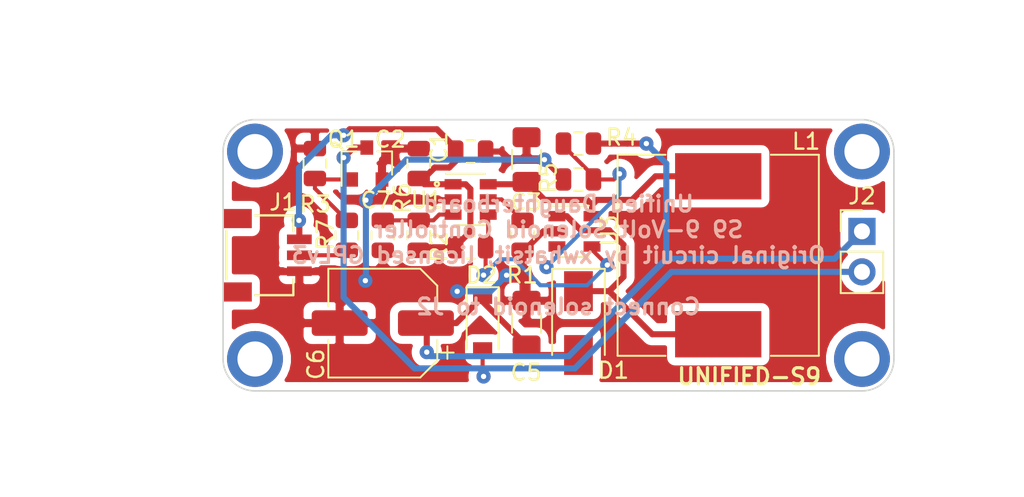
<source format=kicad_pcb>
(kicad_pcb (version 20171130) (host pcbnew "(5.1.4)-1")

  (general
    (thickness 1.6)
    (drawings 15)
    (tracks 177)
    (zones 0)
    (modules 25)
    (nets 17)
  )

  (page A3)
  (layers
    (0 F.Cu signal)
    (31 B.Cu signal)
    (32 B.Adhes user)
    (33 F.Adhes user)
    (34 B.Paste user)
    (35 F.Paste user)
    (36 B.SilkS user)
    (37 F.SilkS user)
    (38 B.Mask user)
    (39 F.Mask user)
    (40 Dwgs.User user)
    (41 Cmts.User user)
    (42 Eco1.User user)
    (43 Eco2.User user)
    (44 Edge.Cuts user)
    (45 Margin user)
    (46 B.CrtYd user)
    (47 F.CrtYd user)
  )

  (setup
    (last_trace_width 0.254)
    (user_trace_width 0.1778)
    (user_trace_width 0.2032)
    (user_trace_width 0.254)
    (user_trace_width 0.3048)
    (user_trace_width 0.381)
    (user_trace_width 0.508)
    (trace_clearance 0.2032)
    (zone_clearance 0.5)
    (zone_45_only no)
    (trace_min 0.1524)
    (via_size 0.889)
    (via_drill 0.3302)
    (via_min_size 0.889)
    (via_min_drill 0.3302)
    (uvia_size 0.508)
    (uvia_drill 0.127)
    (uvias_allowed no)
    (uvia_min_size 0.508)
    (uvia_min_drill 0.127)
    (edge_width 0.1)
    (segment_width 0.1)
    (pcb_text_width 0.3)
    (pcb_text_size 1.5 1.5)
    (mod_edge_width 0.15)
    (mod_text_size 1 1)
    (mod_text_width 0.15)
    (pad_size 8 8)
    (pad_drill 4)
    (pad_to_mask_clearance 0)
    (aux_axis_origin 0 0)
    (visible_elements 7FFFFFFF)
    (pcbplotparams
      (layerselection 0x010fc_ffffffff)
      (usegerberextensions true)
      (usegerberattributes false)
      (usegerberadvancedattributes false)
      (creategerberjobfile false)
      (excludeedgelayer true)
      (linewidth 0.100000)
      (plotframeref false)
      (viasonmask false)
      (mode 1)
      (useauxorigin false)
      (hpglpennumber 1)
      (hpglpenspeed 20)
      (hpglpendiameter 15.000000)
      (psnegative false)
      (psa4output false)
      (plotreference true)
      (plotvalue true)
      (plotinvisibletext false)
      (padsonsilk false)
      (subtractmaskfromsilk true)
      (outputformat 1)
      (mirror false)
      (drillshape 0)
      (scaleselection 1)
      (outputdirectory "Gerber"))
  )

  (net 0 "")
  (net 1 GND)
  (net 2 +5V)
  (net 3 /+5V_Gated)
  (net 4 +9V)
  (net 5 /SW)
  (net 6 "Net-(D2-Pad2)")
  (net 7 "Net-(R1-Pad2)")
  (net 8 "Net-(R2-Pad2)")
  (net 9 "Net-(R4-Pad2)")
  (net 10 SIGNAL)
  (net 11 "Net-(MH1-Pad1)")
  (net 12 "Net-(MH2-Pad1)")
  (net 13 "Net-(MH3-Pad1)")
  (net 14 "Net-(MH4-Pad1)")
  (net 15 ENABLE)
  (net 16 "Net-(Q1-Pad1)")

  (net_class Default "This is the default net class."
    (clearance 0.2032)
    (trace_width 0.254)
    (via_dia 0.889)
    (via_drill 0.3302)
    (uvia_dia 0.508)
    (uvia_drill 0.127)
    (add_net ENABLE)
    (add_net "Net-(D2-Pad2)")
    (add_net "Net-(MH1-Pad1)")
    (add_net "Net-(MH2-Pad1)")
    (add_net "Net-(MH3-Pad1)")
    (add_net "Net-(MH4-Pad1)")
    (add_net "Net-(Q1-Pad1)")
    (add_net "Net-(R1-Pad2)")
    (add_net "Net-(R2-Pad2)")
    (add_net "Net-(R4-Pad2)")
    (add_net SIGNAL)
  )

  (net_class Power ""
    (clearance 0.2032)
    (trace_width 0.381)
    (via_dia 0.889)
    (via_drill 0.3302)
    (uvia_dia 0.508)
    (uvia_drill 0.127)
    (add_net +5V)
    (add_net +9V)
    (add_net /+5V_Gated)
    (add_net /SW)
    (add_net GND)
  )

  (module Diode_SMD:D_SOD-123 (layer F.Cu) (tedit 58645DC7) (tstamp 5E7AC15F)
    (at 186.25 121.75 270)
    (descr SOD-123)
    (tags SOD-123)
    (path /5E8BE98D)
    (attr smd)
    (fp_text reference D2 (at -3.005 0.068 180) (layer F.SilkS)
      (effects (font (size 1 1) (thickness 0.15)))
    )
    (fp_text value RB060T (at 0 2.1 90) (layer F.Fab)
      (effects (font (size 1 1) (thickness 0.15)))
    )
    (fp_line (start -2.25 -1) (end 1.65 -1) (layer F.SilkS) (width 0.12))
    (fp_line (start -2.25 1) (end 1.65 1) (layer F.SilkS) (width 0.12))
    (fp_line (start -2.35 -1.15) (end -2.35 1.15) (layer F.CrtYd) (width 0.05))
    (fp_line (start 2.35 1.15) (end -2.35 1.15) (layer F.CrtYd) (width 0.05))
    (fp_line (start 2.35 -1.15) (end 2.35 1.15) (layer F.CrtYd) (width 0.05))
    (fp_line (start -2.35 -1.15) (end 2.35 -1.15) (layer F.CrtYd) (width 0.05))
    (fp_line (start -1.4 -0.9) (end 1.4 -0.9) (layer F.Fab) (width 0.1))
    (fp_line (start 1.4 -0.9) (end 1.4 0.9) (layer F.Fab) (width 0.1))
    (fp_line (start 1.4 0.9) (end -1.4 0.9) (layer F.Fab) (width 0.1))
    (fp_line (start -1.4 0.9) (end -1.4 -0.9) (layer F.Fab) (width 0.1))
    (fp_line (start -0.75 0) (end -0.35 0) (layer F.Fab) (width 0.1))
    (fp_line (start -0.35 0) (end -0.35 -0.55) (layer F.Fab) (width 0.1))
    (fp_line (start -0.35 0) (end -0.35 0.55) (layer F.Fab) (width 0.1))
    (fp_line (start -0.35 0) (end 0.25 -0.4) (layer F.Fab) (width 0.1))
    (fp_line (start 0.25 -0.4) (end 0.25 0.4) (layer F.Fab) (width 0.1))
    (fp_line (start 0.25 0.4) (end -0.35 0) (layer F.Fab) (width 0.1))
    (fp_line (start 0.25 0) (end 0.75 0) (layer F.Fab) (width 0.1))
    (fp_line (start -2.25 -1) (end -2.25 1) (layer F.SilkS) (width 0.12))
    (fp_text user %R (at 0 -2 90) (layer F.Fab)
      (effects (font (size 1 1) (thickness 0.15)))
    )
    (pad 2 smd rect (at 1.65 0 270) (size 0.9 1.2) (layers F.Cu F.Paste F.Mask)
      (net 6 "Net-(D2-Pad2)"))
    (pad 1 smd rect (at -1.65 0 270) (size 0.9 1.2) (layers F.Cu F.Paste F.Mask)
      (net 4 +9V))
    (model ${KISYS3DMOD}/Diode_SMD.3dshapes/D_SOD-123.wrl
      (at (xyz 0 0 0))
      (scale (xyz 1 1 1))
      (rotate (xyz 0 0 0))
    )
  )

  (module Resistor_SMD:R_0805_2012Metric (layer F.Cu) (tedit 5B36C52B) (tstamp 5E7A9AF1)
    (at 177.75 116.25 270)
    (descr "Resistor SMD 0805 (2012 Metric), square (rectangular) end terminal, IPC_7351 nominal, (Body size source: https://docs.google.com/spreadsheets/d/1BsfQQcO9C6DZCsRaXUlFlo91Tg2WpOkGARC1WS5S8t0/edit?usp=sharing), generated with kicad-footprint-generator")
    (tags resistor)
    (path /5E87BB0F)
    (attr smd)
    (fp_text reference R7 (at -0.045 1.347 90) (layer F.SilkS)
      (effects (font (size 1 1) (thickness 0.15)))
    )
    (fp_text value 100 (at 0 1.65 90) (layer F.Fab)
      (effects (font (size 1 1) (thickness 0.15)))
    )
    (fp_text user %R (at 0 0 90) (layer F.Fab)
      (effects (font (size 0.5 0.5) (thickness 0.08)))
    )
    (fp_line (start 1.68 0.95) (end -1.68 0.95) (layer F.CrtYd) (width 0.05))
    (fp_line (start 1.68 -0.95) (end 1.68 0.95) (layer F.CrtYd) (width 0.05))
    (fp_line (start -1.68 -0.95) (end 1.68 -0.95) (layer F.CrtYd) (width 0.05))
    (fp_line (start -1.68 0.95) (end -1.68 -0.95) (layer F.CrtYd) (width 0.05))
    (fp_line (start -0.258578 0.71) (end 0.258578 0.71) (layer F.SilkS) (width 0.12))
    (fp_line (start -0.258578 -0.71) (end 0.258578 -0.71) (layer F.SilkS) (width 0.12))
    (fp_line (start 1 0.6) (end -1 0.6) (layer F.Fab) (width 0.1))
    (fp_line (start 1 -0.6) (end 1 0.6) (layer F.Fab) (width 0.1))
    (fp_line (start -1 -0.6) (end 1 -0.6) (layer F.Fab) (width 0.1))
    (fp_line (start -1 0.6) (end -1 -0.6) (layer F.Fab) (width 0.1))
    (pad 2 smd roundrect (at 0.9375 0 270) (size 0.975 1.4) (layers F.Cu F.Paste F.Mask) (roundrect_rratio 0.25)
      (net 10 SIGNAL))
    (pad 1 smd roundrect (at -0.9375 0 270) (size 0.975 1.4) (layers F.Cu F.Paste F.Mask) (roundrect_rratio 0.25)
      (net 16 "Net-(Q1-Pad1)"))
    (model ${KISYS3DMOD}/Resistor_SMD.3dshapes/R_0805_2012Metric.wrl
      (at (xyz 0 0 0))
      (scale (xyz 1 1 1))
      (rotate (xyz 0 0 0))
    )
  )

  (module Package_TO_SOT_SMD:SOT-23 (layer F.Cu) (tedit 5A02FF57) (tstamp 5E7AA390)
    (at 179 111.75 90)
    (descr "SOT-23, Standard")
    (tags SOT-23)
    (path /5E874796)
    (attr smd)
    (fp_text reference Q1 (at 1.514 -1.454 180) (layer F.SilkS)
      (effects (font (size 1 1) (thickness 0.15)))
    )
    (fp_text value AO3400 (at 0 2.5 90) (layer F.Fab)
      (effects (font (size 1 1) (thickness 0.15)))
    )
    (fp_line (start 0.76 1.58) (end -0.7 1.58) (layer F.SilkS) (width 0.12))
    (fp_line (start 0.76 -1.58) (end -1.4 -1.58) (layer F.SilkS) (width 0.12))
    (fp_line (start -1.7 1.75) (end -1.7 -1.75) (layer F.CrtYd) (width 0.05))
    (fp_line (start 1.7 1.75) (end -1.7 1.75) (layer F.CrtYd) (width 0.05))
    (fp_line (start 1.7 -1.75) (end 1.7 1.75) (layer F.CrtYd) (width 0.05))
    (fp_line (start -1.7 -1.75) (end 1.7 -1.75) (layer F.CrtYd) (width 0.05))
    (fp_line (start 0.76 -1.58) (end 0.76 -0.65) (layer F.SilkS) (width 0.12))
    (fp_line (start 0.76 1.58) (end 0.76 0.65) (layer F.SilkS) (width 0.12))
    (fp_line (start -0.7 1.52) (end 0.7 1.52) (layer F.Fab) (width 0.1))
    (fp_line (start 0.7 -1.52) (end 0.7 1.52) (layer F.Fab) (width 0.1))
    (fp_line (start -0.7 -0.95) (end -0.15 -1.52) (layer F.Fab) (width 0.1))
    (fp_line (start -0.15 -1.52) (end 0.7 -1.52) (layer F.Fab) (width 0.1))
    (fp_line (start -0.7 -0.95) (end -0.7 1.5) (layer F.Fab) (width 0.1))
    (fp_text user %R (at 0 0) (layer F.Fab)
      (effects (font (size 0.5 0.5) (thickness 0.075)))
    )
    (pad 3 smd rect (at 1 0 90) (size 0.9 0.8) (layers F.Cu F.Paste F.Mask)
      (net 6 "Net-(D2-Pad2)"))
    (pad 2 smd rect (at -1 0.95 90) (size 0.9 0.8) (layers F.Cu F.Paste F.Mask)
      (net 1 GND))
    (pad 1 smd rect (at -1 -0.95 90) (size 0.9 0.8) (layers F.Cu F.Paste F.Mask)
      (net 16 "Net-(Q1-Pad1)"))
    (model ${KISYS3DMOD}/Package_TO_SOT_SMD.3dshapes/SOT-23.wrl
      (at (xyz 0 0 0))
      (scale (xyz 1 1 1))
      (rotate (xyz 0 0 0))
    )
  )

  (module Resistor_SMD:R_0805_2012Metric (layer F.Cu) (tedit 5B36C52B) (tstamp 5E7A9A80)
    (at 175.75 111.75 270)
    (descr "Resistor SMD 0805 (2012 Metric), square (rectangular) end terminal, IPC_7351 nominal, (Body size source: https://docs.google.com/spreadsheets/d/1BsfQQcO9C6DZCsRaXUlFlo91Tg2WpOkGARC1WS5S8t0/edit?usp=sharing), generated with kicad-footprint-generator")
    (tags resistor)
    (path /5E8816A4)
    (attr smd)
    (fp_text reference R3 (at 2.55 -0.018 180) (layer F.SilkS)
      (effects (font (size 1 1) (thickness 0.15)))
    )
    (fp_text value 100K (at 0 1.65 90) (layer F.Fab)
      (effects (font (size 1 1) (thickness 0.15)))
    )
    (fp_text user %R (at 0 0 90) (layer F.Fab)
      (effects (font (size 0.5 0.5) (thickness 0.08)))
    )
    (fp_line (start 1.68 0.95) (end -1.68 0.95) (layer F.CrtYd) (width 0.05))
    (fp_line (start 1.68 -0.95) (end 1.68 0.95) (layer F.CrtYd) (width 0.05))
    (fp_line (start -1.68 -0.95) (end 1.68 -0.95) (layer F.CrtYd) (width 0.05))
    (fp_line (start -1.68 0.95) (end -1.68 -0.95) (layer F.CrtYd) (width 0.05))
    (fp_line (start -0.258578 0.71) (end 0.258578 0.71) (layer F.SilkS) (width 0.12))
    (fp_line (start -0.258578 -0.71) (end 0.258578 -0.71) (layer F.SilkS) (width 0.12))
    (fp_line (start 1 0.6) (end -1 0.6) (layer F.Fab) (width 0.1))
    (fp_line (start 1 -0.6) (end 1 0.6) (layer F.Fab) (width 0.1))
    (fp_line (start -1 -0.6) (end 1 -0.6) (layer F.Fab) (width 0.1))
    (fp_line (start -1 0.6) (end -1 -0.6) (layer F.Fab) (width 0.1))
    (pad 2 smd roundrect (at 0.9375 0 270) (size 0.975 1.4) (layers F.Cu F.Paste F.Mask) (roundrect_rratio 0.25)
      (net 16 "Net-(Q1-Pad1)"))
    (pad 1 smd roundrect (at -0.9375 0 270) (size 0.975 1.4) (layers F.Cu F.Paste F.Mask) (roundrect_rratio 0.25)
      (net 1 GND))
    (model ${KISYS3DMOD}/Resistor_SMD.3dshapes/R_0805_2012Metric.wrl
      (at (xyz 0 0 0))
      (scale (xyz 1 1 1))
      (rotate (xyz 0 0 0))
    )
  )

  (module Resistor_SMD:R_0805_2012Metric (layer F.Cu) (tedit 5B36C52B) (tstamp 5E7AA866)
    (at 182.25 116.25 270)
    (descr "Resistor SMD 0805 (2012 Metric), square (rectangular) end terminal, IPC_7351 nominal, (Body size source: https://docs.google.com/spreadsheets/d/1BsfQQcO9C6DZCsRaXUlFlo91Tg2WpOkGARC1WS5S8t0/edit?usp=sharing), generated with kicad-footprint-generator")
    (tags resistor)
    (path /5E83B748)
    (attr smd)
    (fp_text reference R6 (at -2.331 1.021 90) (layer F.SilkS)
      (effects (font (size 1 1) (thickness 0.15)))
    )
    (fp_text value 270k (at 0 1.65 90) (layer F.Fab)
      (effects (font (size 1 1) (thickness 0.15)))
    )
    (fp_text user %R (at 0 0 90) (layer F.Fab)
      (effects (font (size 0.5 0.5) (thickness 0.08)))
    )
    (fp_line (start 1.68 0.95) (end -1.68 0.95) (layer F.CrtYd) (width 0.05))
    (fp_line (start 1.68 -0.95) (end 1.68 0.95) (layer F.CrtYd) (width 0.05))
    (fp_line (start -1.68 -0.95) (end 1.68 -0.95) (layer F.CrtYd) (width 0.05))
    (fp_line (start -1.68 0.95) (end -1.68 -0.95) (layer F.CrtYd) (width 0.05))
    (fp_line (start -0.258578 0.71) (end 0.258578 0.71) (layer F.SilkS) (width 0.12))
    (fp_line (start -0.258578 -0.71) (end 0.258578 -0.71) (layer F.SilkS) (width 0.12))
    (fp_line (start 1 0.6) (end -1 0.6) (layer F.Fab) (width 0.1))
    (fp_line (start 1 -0.6) (end 1 0.6) (layer F.Fab) (width 0.1))
    (fp_line (start -1 -0.6) (end 1 -0.6) (layer F.Fab) (width 0.1))
    (fp_line (start -1 0.6) (end -1 -0.6) (layer F.Fab) (width 0.1))
    (pad 2 smd roundrect (at 0.9375 0 270) (size 0.975 1.4) (layers F.Cu F.Paste F.Mask) (roundrect_rratio 0.25)
      (net 2 +5V))
    (pad 1 smd roundrect (at -0.9375 0 270) (size 0.975 1.4) (layers F.Cu F.Paste F.Mask) (roundrect_rratio 0.25)
      (net 15 ENABLE))
    (model ${KISYS3DMOD}/Resistor_SMD.3dshapes/R_0805_2012Metric.wrl
      (at (xyz 0 0 0))
      (scale (xyz 1 1 1))
      (rotate (xyz 0 0 0))
    )
  )

  (module Capacitor_SMD:C_0805_2012Metric (layer F.Cu) (tedit 5B36C52B) (tstamp 5E7A60C6)
    (at 180 116.25 270)
    (descr "Capacitor SMD 0805 (2012 Metric), square (rectangular) end terminal, IPC_7351 nominal, (Body size source: https://docs.google.com/spreadsheets/d/1BsfQQcO9C6DZCsRaXUlFlo91Tg2WpOkGARC1WS5S8t0/edit?usp=sharing), generated with kicad-footprint-generator")
    (tags capacitor)
    (path /5E83B123)
    (attr smd)
    (fp_text reference C7 (at -2.204 0.422 180) (layer F.SilkS)
      (effects (font (size 1 1) (thickness 0.15)))
    )
    (fp_text value 10uF (at 0 1.65 90) (layer F.Fab)
      (effects (font (size 1 1) (thickness 0.15)))
    )
    (fp_text user %R (at 0 0 90) (layer F.Fab)
      (effects (font (size 0.5 0.5) (thickness 0.08)))
    )
    (fp_line (start 1.68 0.95) (end -1.68 0.95) (layer F.CrtYd) (width 0.05))
    (fp_line (start 1.68 -0.95) (end 1.68 0.95) (layer F.CrtYd) (width 0.05))
    (fp_line (start -1.68 -0.95) (end 1.68 -0.95) (layer F.CrtYd) (width 0.05))
    (fp_line (start -1.68 0.95) (end -1.68 -0.95) (layer F.CrtYd) (width 0.05))
    (fp_line (start -0.258578 0.71) (end 0.258578 0.71) (layer F.SilkS) (width 0.12))
    (fp_line (start -0.258578 -0.71) (end 0.258578 -0.71) (layer F.SilkS) (width 0.12))
    (fp_line (start 1 0.6) (end -1 0.6) (layer F.Fab) (width 0.1))
    (fp_line (start 1 -0.6) (end 1 0.6) (layer F.Fab) (width 0.1))
    (fp_line (start -1 -0.6) (end 1 -0.6) (layer F.Fab) (width 0.1))
    (fp_line (start -1 0.6) (end -1 -0.6) (layer F.Fab) (width 0.1))
    (pad 2 smd roundrect (at 0.9375 0 270) (size 0.975 1.4) (layers F.Cu F.Paste F.Mask) (roundrect_rratio 0.25)
      (net 1 GND))
    (pad 1 smd roundrect (at -0.9375 0 270) (size 0.975 1.4) (layers F.Cu F.Paste F.Mask) (roundrect_rratio 0.25)
      (net 15 ENABLE))
    (model ${KISYS3DMOD}/Capacitor_SMD.3dshapes/C_0805_2012Metric.wrl
      (at (xyz 0 0 0))
      (scale (xyz 1 1 1))
      (rotate (xyz 0 0 0))
    )
  )

  (module random-keyboard-parts:Generic-Mounthole (layer F.Cu) (tedit 5C91B17B) (tstamp 5E7A0FD1)
    (at 210 124)
    (path /5E80C539)
    (attr virtual)
    (fp_text reference MH4 (at 0 2) (layer Dwgs.User)
      (effects (font (size 1 1) (thickness 0.15)))
    )
    (fp_text value Conn_01x01 (at 0 -2) (layer Dwgs.User)
      (effects (font (size 1 1) (thickness 0.15)))
    )
    (pad 1 thru_hole circle (at 0 0) (size 3.5 3.5) (drill 2.2) (layers *.Cu *.Mask)
      (net 14 "Net-(MH4-Pad1)"))
  )

  (module random-keyboard-parts:Generic-Mounthole (layer F.Cu) (tedit 5C91B17B) (tstamp 5E7A0FCC)
    (at 210 111)
    (path /5E80C532)
    (attr virtual)
    (fp_text reference MH3 (at 0 2) (layer Dwgs.User)
      (effects (font (size 1 1) (thickness 0.15)))
    )
    (fp_text value Conn_01x01 (at 0 -2) (layer Dwgs.User)
      (effects (font (size 1 1) (thickness 0.15)))
    )
    (pad 1 thru_hole circle (at 0 0) (size 3.5 3.5) (drill 2.2) (layers *.Cu *.Mask)
      (net 13 "Net-(MH3-Pad1)"))
  )

  (module random-keyboard-parts:Generic-Mounthole (layer F.Cu) (tedit 5C91B17B) (tstamp 5E7A0FC7)
    (at 172 124)
    (path /5E80A074)
    (attr virtual)
    (fp_text reference MH2 (at 0 2) (layer Dwgs.User)
      (effects (font (size 1 1) (thickness 0.15)))
    )
    (fp_text value Conn_01x01 (at 0 -2) (layer Dwgs.User)
      (effects (font (size 1 1) (thickness 0.15)))
    )
    (pad 1 thru_hole circle (at 0 0) (size 3.5 3.5) (drill 2.2) (layers *.Cu *.Mask)
      (net 12 "Net-(MH2-Pad1)"))
  )

  (module random-keyboard-parts:Generic-Mounthole (layer F.Cu) (tedit 5C91B17B) (tstamp 5E7AA59F)
    (at 172 111)
    (path /5E804DB7)
    (attr virtual)
    (fp_text reference MH1 (at 0 2) (layer Dwgs.User)
      (effects (font (size 1 1) (thickness 0.15)))
    )
    (fp_text value Conn_01x01 (at 0 -2) (layer Dwgs.User)
      (effects (font (size 1 1) (thickness 0.15)))
    )
    (pad 1 thru_hole circle (at 0 0) (size 3.5 3.5) (drill 2.2) (layers *.Cu *.Mask)
      (net 11 "Net-(MH1-Pad1)"))
  )

  (module Connector_PinHeader_2.54mm:PinHeader_1x02_P2.54mm_Vertical (layer F.Cu) (tedit 59FED5CC) (tstamp 5E79C45D)
    (at 210 116)
    (descr "Through hole straight pin header, 1x02, 2.54mm pitch, single row")
    (tags "Through hole pin header THT 1x02 2.54mm single row")
    (path /5E7D9A18)
    (fp_text reference J2 (at 0 -2.208) (layer F.SilkS)
      (effects (font (size 1 1) (thickness 0.15)))
    )
    (fp_text value SOLENOID (at 0 4.87) (layer F.Fab)
      (effects (font (size 1 1) (thickness 0.15)))
    )
    (fp_text user %R (at 0 1.27 90) (layer F.Fab)
      (effects (font (size 1 1) (thickness 0.15)))
    )
    (fp_line (start 1.8 -1.8) (end -1.8 -1.8) (layer F.CrtYd) (width 0.05))
    (fp_line (start 1.8 4.35) (end 1.8 -1.8) (layer F.CrtYd) (width 0.05))
    (fp_line (start -1.8 4.35) (end 1.8 4.35) (layer F.CrtYd) (width 0.05))
    (fp_line (start -1.8 -1.8) (end -1.8 4.35) (layer F.CrtYd) (width 0.05))
    (fp_line (start -1.33 -1.33) (end 0 -1.33) (layer F.SilkS) (width 0.12))
    (fp_line (start -1.33 0) (end -1.33 -1.33) (layer F.SilkS) (width 0.12))
    (fp_line (start -1.33 1.27) (end 1.33 1.27) (layer F.SilkS) (width 0.12))
    (fp_line (start 1.33 1.27) (end 1.33 3.87) (layer F.SilkS) (width 0.12))
    (fp_line (start -1.33 1.27) (end -1.33 3.87) (layer F.SilkS) (width 0.12))
    (fp_line (start -1.33 3.87) (end 1.33 3.87) (layer F.SilkS) (width 0.12))
    (fp_line (start -1.27 -0.635) (end -0.635 -1.27) (layer F.Fab) (width 0.1))
    (fp_line (start -1.27 3.81) (end -1.27 -0.635) (layer F.Fab) (width 0.1))
    (fp_line (start 1.27 3.81) (end -1.27 3.81) (layer F.Fab) (width 0.1))
    (fp_line (start 1.27 -1.27) (end 1.27 3.81) (layer F.Fab) (width 0.1))
    (fp_line (start -0.635 -1.27) (end 1.27 -1.27) (layer F.Fab) (width 0.1))
    (pad 2 thru_hole oval (at 0 2.54) (size 1.7 1.7) (drill 1) (layers *.Cu *.Mask)
      (net 6 "Net-(D2-Pad2)"))
    (pad 1 thru_hole rect (at 0 0) (size 1.7 1.7) (drill 1) (layers *.Cu *.Mask)
      (net 4 +9V))
    (model ${KISYS3DMOD}/Connector_PinHeader_2.54mm.3dshapes/PinHeader_1x02_P2.54mm_Vertical.wrl
      (at (xyz 0 0 0))
      (scale (xyz 1 1 1))
      (rotate (xyz 0 0 0))
    )
  )

  (module Package_TO_SOT_SMD:SOT-23-5 (layer F.Cu) (tedit 5A02FF57) (tstamp 5E79C55F)
    (at 192 116)
    (descr "5-pin SOT23 package")
    (tags SOT-23-5)
    (path /533F9B43)
    (attr smd)
    (fp_text reference U3 (at 2.183 -0.049 90) (layer F.SilkS)
      (effects (font (size 1 1) (thickness 0.15)))
    )
    (fp_text value MIC2250-2 (at 0 2.9) (layer F.Fab)
      (effects (font (size 1 1) (thickness 0.15)))
    )
    (fp_line (start 0.9 -1.55) (end 0.9 1.55) (layer F.Fab) (width 0.1))
    (fp_line (start 0.9 1.55) (end -0.9 1.55) (layer F.Fab) (width 0.1))
    (fp_line (start -0.9 -0.9) (end -0.9 1.55) (layer F.Fab) (width 0.1))
    (fp_line (start 0.9 -1.55) (end -0.25 -1.55) (layer F.Fab) (width 0.1))
    (fp_line (start -0.9 -0.9) (end -0.25 -1.55) (layer F.Fab) (width 0.1))
    (fp_line (start -1.9 1.8) (end -1.9 -1.8) (layer F.CrtYd) (width 0.05))
    (fp_line (start 1.9 1.8) (end -1.9 1.8) (layer F.CrtYd) (width 0.05))
    (fp_line (start 1.9 -1.8) (end 1.9 1.8) (layer F.CrtYd) (width 0.05))
    (fp_line (start -1.9 -1.8) (end 1.9 -1.8) (layer F.CrtYd) (width 0.05))
    (fp_line (start 0.9 -1.61) (end -1.55 -1.61) (layer F.SilkS) (width 0.12))
    (fp_line (start -0.9 1.61) (end 0.9 1.61) (layer F.SilkS) (width 0.12))
    (fp_text user %R (at 0 0 90) (layer F.Fab)
      (effects (font (size 0.5 0.5) (thickness 0.075)))
    )
    (pad 5 smd rect (at 1.1 -0.95) (size 1.06 0.65) (layers F.Cu F.Paste F.Mask)
      (net 3 /+5V_Gated))
    (pad 4 smd rect (at 1.1 0.95) (size 1.06 0.65) (layers F.Cu F.Paste F.Mask)
      (net 8 "Net-(R2-Pad2)"))
    (pad 3 smd rect (at -1.1 0.95) (size 1.06 0.65) (layers F.Cu F.Paste F.Mask)
      (net 9 "Net-(R4-Pad2)"))
    (pad 2 smd rect (at -1.1 0) (size 1.06 0.65) (layers F.Cu F.Paste F.Mask)
      (net 1 GND))
    (pad 1 smd rect (at -1.1 -0.95) (size 1.06 0.65) (layers F.Cu F.Paste F.Mask)
      (net 5 /SW))
    (model ${KISYS3DMOD}/Package_TO_SOT_SMD.3dshapes/SOT-23-5.wrl
      (at (xyz 0 0 0))
      (scale (xyz 1 1 1))
      (rotate (xyz 0 0 0))
    )
  )

  (module Package_TO_SOT_SMD:SOT-23-6 (layer F.Cu) (tedit 5A02FF57) (tstamp 5E79C528)
    (at 185.5 114)
    (descr "6-pin SOT-23 package")
    (tags SOT-23-6)
    (path /533F8E11)
    (attr smd)
    (fp_text reference U1 (at -2.747 0.046) (layer F.SilkS)
      (effects (font (size 1 1) (thickness 0.15)))
    )
    (fp_text value MIC2009A-1 (at 0 2.9) (layer F.Fab)
      (effects (font (size 1 1) (thickness 0.15)))
    )
    (fp_text user %R (at 0 0 90) (layer F.Fab)
      (effects (font (size 0.5 0.5) (thickness 0.075)))
    )
    (fp_line (start -0.9 1.61) (end 0.9 1.61) (layer F.SilkS) (width 0.12))
    (fp_line (start 0.9 -1.61) (end -1.55 -1.61) (layer F.SilkS) (width 0.12))
    (fp_line (start 1.9 -1.8) (end -1.9 -1.8) (layer F.CrtYd) (width 0.05))
    (fp_line (start 1.9 1.8) (end 1.9 -1.8) (layer F.CrtYd) (width 0.05))
    (fp_line (start -1.9 1.8) (end 1.9 1.8) (layer F.CrtYd) (width 0.05))
    (fp_line (start -1.9 -1.8) (end -1.9 1.8) (layer F.CrtYd) (width 0.05))
    (fp_line (start -0.9 -0.9) (end -0.25 -1.55) (layer F.Fab) (width 0.1))
    (fp_line (start 0.9 -1.55) (end -0.25 -1.55) (layer F.Fab) (width 0.1))
    (fp_line (start -0.9 -0.9) (end -0.9 1.55) (layer F.Fab) (width 0.1))
    (fp_line (start 0.9 1.55) (end -0.9 1.55) (layer F.Fab) (width 0.1))
    (fp_line (start 0.9 -1.55) (end 0.9 1.55) (layer F.Fab) (width 0.1))
    (pad 1 smd rect (at -1.1 -0.95) (size 1.06 0.65) (layers F.Cu F.Paste F.Mask)
      (net 2 +5V))
    (pad 2 smd rect (at -1.1 0) (size 1.06 0.65) (layers F.Cu F.Paste F.Mask)
      (net 1 GND))
    (pad 3 smd rect (at -1.1 0.95) (size 1.06 0.65) (layers F.Cu F.Paste F.Mask)
      (net 15 ENABLE))
    (pad 4 smd rect (at 1.1 0.95) (size 1.06 0.65) (layers F.Cu F.Paste F.Mask)
      (net 8 "Net-(R2-Pad2)"))
    (pad 6 smd rect (at 1.1 -0.95) (size 1.06 0.65) (layers F.Cu F.Paste F.Mask)
      (net 3 /+5V_Gated))
    (pad 5 smd rect (at 1.1 0) (size 1.06 0.65) (layers F.Cu F.Paste F.Mask)
      (net 7 "Net-(R1-Pad2)"))
    (model ${KISYS3DMOD}/Package_TO_SOT_SMD.3dshapes/SOT-23-6.wrl
      (at (xyz 0 0 0))
      (scale (xyz 1 1 1))
      (rotate (xyz 0 0 0))
    )
  )

  (module Resistor_SMD:R_0805_2012Metric (layer F.Cu) (tedit 5B36C52B) (tstamp 5E7A449C)
    (at 192.25 112.75 180)
    (descr "Resistor SMD 0805 (2012 Metric), square (rectangular) end terminal, IPC_7351 nominal, (Body size source: https://docs.google.com/spreadsheets/d/1BsfQQcO9C6DZCsRaXUlFlo91Tg2WpOkGARC1WS5S8t0/edit?usp=sharing), generated with kicad-footprint-generator")
    (tags resistor)
    (path /533FAB2E)
    (attr smd)
    (fp_text reference R5 (at 1.877 0.101 90) (layer F.SilkS)
      (effects (font (size 1 1) (thickness 0.15)))
    )
    (fp_text value 16K (at 0 1.65) (layer F.Fab)
      (effects (font (size 1 1) (thickness 0.15)))
    )
    (fp_text user %R (at 0 0) (layer F.Fab)
      (effects (font (size 0.5 0.5) (thickness 0.08)))
    )
    (fp_line (start 1.68 0.95) (end -1.68 0.95) (layer F.CrtYd) (width 0.05))
    (fp_line (start 1.68 -0.95) (end 1.68 0.95) (layer F.CrtYd) (width 0.05))
    (fp_line (start -1.68 -0.95) (end 1.68 -0.95) (layer F.CrtYd) (width 0.05))
    (fp_line (start -1.68 0.95) (end -1.68 -0.95) (layer F.CrtYd) (width 0.05))
    (fp_line (start -0.258578 0.71) (end 0.258578 0.71) (layer F.SilkS) (width 0.12))
    (fp_line (start -0.258578 -0.71) (end 0.258578 -0.71) (layer F.SilkS) (width 0.12))
    (fp_line (start 1 0.6) (end -1 0.6) (layer F.Fab) (width 0.1))
    (fp_line (start 1 -0.6) (end 1 0.6) (layer F.Fab) (width 0.1))
    (fp_line (start -1 -0.6) (end 1 -0.6) (layer F.Fab) (width 0.1))
    (fp_line (start -1 0.6) (end -1 -0.6) (layer F.Fab) (width 0.1))
    (pad 2 smd roundrect (at 0.9375 0 180) (size 0.975 1.4) (layers F.Cu F.Paste F.Mask) (roundrect_rratio 0.25)
      (net 1 GND))
    (pad 1 smd roundrect (at -0.9375 0 180) (size 0.975 1.4) (layers F.Cu F.Paste F.Mask) (roundrect_rratio 0.25)
      (net 9 "Net-(R4-Pad2)"))
    (model ${KISYS3DMOD}/Resistor_SMD.3dshapes/R_0805_2012Metric.wrl
      (at (xyz 0 0 0))
      (scale (xyz 1 1 1))
      (rotate (xyz 0 0 0))
    )
  )

  (module Resistor_SMD:R_0805_2012Metric (layer F.Cu) (tedit 5B36C52B) (tstamp 5E79C4F0)
    (at 192.25 110.5 180)
    (descr "Resistor SMD 0805 (2012 Metric), square (rectangular) end terminal, IPC_7351 nominal, (Body size source: https://docs.google.com/spreadsheets/d/1BsfQQcO9C6DZCsRaXUlFlo91Tg2WpOkGARC1WS5S8t0/edit?usp=sharing), generated with kicad-footprint-generator")
    (tags resistor)
    (path /533FAAD3)
    (attr smd)
    (fp_text reference R4 (at -2.695 0.391) (layer F.SilkS)
      (effects (font (size 1 1) (thickness 0.15)))
    )
    (fp_text value 100K (at 0 1.65) (layer F.Fab)
      (effects (font (size 1 1) (thickness 0.15)))
    )
    (fp_text user %R (at 0 0) (layer F.Fab)
      (effects (font (size 0.5 0.5) (thickness 0.08)))
    )
    (fp_line (start 1.68 0.95) (end -1.68 0.95) (layer F.CrtYd) (width 0.05))
    (fp_line (start 1.68 -0.95) (end 1.68 0.95) (layer F.CrtYd) (width 0.05))
    (fp_line (start -1.68 -0.95) (end 1.68 -0.95) (layer F.CrtYd) (width 0.05))
    (fp_line (start -1.68 0.95) (end -1.68 -0.95) (layer F.CrtYd) (width 0.05))
    (fp_line (start -0.258578 0.71) (end 0.258578 0.71) (layer F.SilkS) (width 0.12))
    (fp_line (start -0.258578 -0.71) (end 0.258578 -0.71) (layer F.SilkS) (width 0.12))
    (fp_line (start 1 0.6) (end -1 0.6) (layer F.Fab) (width 0.1))
    (fp_line (start 1 -0.6) (end 1 0.6) (layer F.Fab) (width 0.1))
    (fp_line (start -1 -0.6) (end 1 -0.6) (layer F.Fab) (width 0.1))
    (fp_line (start -1 0.6) (end -1 -0.6) (layer F.Fab) (width 0.1))
    (pad 2 smd roundrect (at 0.9375 0 180) (size 0.975 1.4) (layers F.Cu F.Paste F.Mask) (roundrect_rratio 0.25)
      (net 9 "Net-(R4-Pad2)"))
    (pad 1 smd roundrect (at -0.9375 0 180) (size 0.975 1.4) (layers F.Cu F.Paste F.Mask) (roundrect_rratio 0.25)
      (net 4 +9V))
    (model ${KISYS3DMOD}/Resistor_SMD.3dshapes/R_0805_2012Metric.wrl
      (at (xyz 0 0 0))
      (scale (xyz 1 1 1))
      (rotate (xyz 0 0 0))
    )
  )

  (module Resistor_SMD:R_0805_2012Metric (layer F.Cu) (tedit 5B36C52B) (tstamp 5E79C4CE)
    (at 185.5 117)
    (descr "Resistor SMD 0805 (2012 Metric), square (rectangular) end terminal, IPC_7351 nominal, (Body size source: https://docs.google.com/spreadsheets/d/1BsfQQcO9C6DZCsRaXUlFlo91Tg2WpOkGARC1WS5S8t0/edit?usp=sharing), generated with kicad-footprint-generator")
    (tags resistor)
    (path /533F9579)
    (attr smd)
    (fp_text reference R2 (at -1.985 -0.033 90) (layer F.SilkS)
      (effects (font (size 1 1) (thickness 0.15)))
    )
    (fp_text value 100K (at 0 1.65) (layer F.Fab)
      (effects (font (size 1 1) (thickness 0.15)))
    )
    (fp_text user %R (at 0 0) (layer F.Fab)
      (effects (font (size 0.5 0.5) (thickness 0.08)))
    )
    (fp_line (start 1.68 0.95) (end -1.68 0.95) (layer F.CrtYd) (width 0.05))
    (fp_line (start 1.68 -0.95) (end 1.68 0.95) (layer F.CrtYd) (width 0.05))
    (fp_line (start -1.68 -0.95) (end 1.68 -0.95) (layer F.CrtYd) (width 0.05))
    (fp_line (start -1.68 0.95) (end -1.68 -0.95) (layer F.CrtYd) (width 0.05))
    (fp_line (start -0.258578 0.71) (end 0.258578 0.71) (layer F.SilkS) (width 0.12))
    (fp_line (start -0.258578 -0.71) (end 0.258578 -0.71) (layer F.SilkS) (width 0.12))
    (fp_line (start 1 0.6) (end -1 0.6) (layer F.Fab) (width 0.1))
    (fp_line (start 1 -0.6) (end 1 0.6) (layer F.Fab) (width 0.1))
    (fp_line (start -1 -0.6) (end 1 -0.6) (layer F.Fab) (width 0.1))
    (fp_line (start -1 0.6) (end -1 -0.6) (layer F.Fab) (width 0.1))
    (pad 2 smd roundrect (at 0.9375 0) (size 0.975 1.4) (layers F.Cu F.Paste F.Mask) (roundrect_rratio 0.25)
      (net 8 "Net-(R2-Pad2)"))
    (pad 1 smd roundrect (at -0.9375 0) (size 0.975 1.4) (layers F.Cu F.Paste F.Mask) (roundrect_rratio 0.25)
      (net 2 +5V))
    (model ${KISYS3DMOD}/Resistor_SMD.3dshapes/R_0805_2012Metric.wrl
      (at (xyz 0 0 0))
      (scale (xyz 1 1 1))
      (rotate (xyz 0 0 0))
    )
  )

  (module Resistor_SMD:R_0805_2012Metric (layer F.Cu) (tedit 5B36C52B) (tstamp 5E79DB32)
    (at 188.75 116.25 90)
    (descr "Resistor SMD 0805 (2012 Metric), square (rectangular) end terminal, IPC_7351 nominal, (Body size source: https://docs.google.com/spreadsheets/d/1BsfQQcO9C6DZCsRaXUlFlo91Tg2WpOkGARC1WS5S8t0/edit?usp=sharing), generated with kicad-footprint-generator")
    (tags resistor)
    (path /533F92D7)
    (attr smd)
    (fp_text reference R1 (at -2.495 -0.028 180) (layer F.SilkS)
      (effects (font (size 1 1) (thickness 0.15)))
    )
    (fp_text value 470 (at 0 1.65 90) (layer F.Fab)
      (effects (font (size 1 1) (thickness 0.15)))
    )
    (fp_text user %R (at 0 0 90) (layer F.Fab)
      (effects (font (size 0.5 0.5) (thickness 0.08)))
    )
    (fp_line (start 1.68 0.95) (end -1.68 0.95) (layer F.CrtYd) (width 0.05))
    (fp_line (start 1.68 -0.95) (end 1.68 0.95) (layer F.CrtYd) (width 0.05))
    (fp_line (start -1.68 -0.95) (end 1.68 -0.95) (layer F.CrtYd) (width 0.05))
    (fp_line (start -1.68 0.95) (end -1.68 -0.95) (layer F.CrtYd) (width 0.05))
    (fp_line (start -0.258578 0.71) (end 0.258578 0.71) (layer F.SilkS) (width 0.12))
    (fp_line (start -0.258578 -0.71) (end 0.258578 -0.71) (layer F.SilkS) (width 0.12))
    (fp_line (start 1 0.6) (end -1 0.6) (layer F.Fab) (width 0.1))
    (fp_line (start 1 -0.6) (end 1 0.6) (layer F.Fab) (width 0.1))
    (fp_line (start -1 -0.6) (end 1 -0.6) (layer F.Fab) (width 0.1))
    (fp_line (start -1 0.6) (end -1 -0.6) (layer F.Fab) (width 0.1))
    (pad 2 smd roundrect (at 0.9375 0 90) (size 0.975 1.4) (layers F.Cu F.Paste F.Mask) (roundrect_rratio 0.25)
      (net 7 "Net-(R1-Pad2)"))
    (pad 1 smd roundrect (at -0.9375 0 90) (size 0.975 1.4) (layers F.Cu F.Paste F.Mask) (roundrect_rratio 0.25)
      (net 1 GND))
    (model ${KISYS3DMOD}/Resistor_SMD.3dshapes/R_0805_2012Metric.wrl
      (at (xyz 0 0 0))
      (scale (xyz 1 1 1))
      (rotate (xyz 0 0 0))
    )
  )

  (module Inductor_SMD:L_12x12mm_H6mm (layer F.Cu) (tedit 5990349B) (tstamp 5E79C4AC)
    (at 201 117.5 270)
    (descr "Choke, SMD, 12x12mm 6mm height")
    (tags "Choke SMD")
    (path /533FA306)
    (attr smd)
    (fp_text reference L1 (at -7.137 -5.502 180) (layer F.SilkS)
      (effects (font (size 1 1) (thickness 0.15)))
    )
    (fp_text value 22uH (at 0 7.5 90) (layer F.Fab)
      (effects (font (size 1 1) (thickness 0.15)))
    )
    (fp_circle (center -2.1 3) (end -1.8 3.25) (layer F.Fab) (width 0.1))
    (fp_circle (center 0 0) (end 0.15 0.15) (layer F.Adhes) (width 0.38))
    (fp_circle (center 0 0) (end 0.55 0) (layer F.Adhes) (width 0.38))
    (fp_circle (center 0 0) (end 0.9 0) (layer F.Adhes) (width 0.38))
    (fp_line (start 6.2 -6.2) (end 6.2 -3.3) (layer F.Fab) (width 0.1))
    (fp_line (start -6.2 -6.2) (end -6.2 -3.3) (layer F.Fab) (width 0.1))
    (fp_line (start 6.2 -6.2) (end -6.2 -6.2) (layer F.Fab) (width 0.1))
    (fp_line (start 6.2 6.2) (end 6.2 3.3) (layer F.Fab) (width 0.1))
    (fp_line (start -6.2 6.2) (end 6.2 6.2) (layer F.Fab) (width 0.1))
    (fp_line (start -6.2 3.3) (end -6.2 6.2) (layer F.Fab) (width 0.1))
    (fp_line (start -5 -3.5) (end -4.8 -3.2) (layer F.Fab) (width 0.1))
    (fp_line (start -5.1 -4) (end -5 -3.5) (layer F.Fab) (width 0.1))
    (fp_line (start -4.9 -4.5) (end -5.1 -4) (layer F.Fab) (width 0.1))
    (fp_line (start -4.6 -4.8) (end -4.9 -4.5) (layer F.Fab) (width 0.1))
    (fp_line (start -4.2 -5) (end -4.6 -4.8) (layer F.Fab) (width 0.1))
    (fp_line (start -3.7 -5.1) (end -4.2 -5) (layer F.Fab) (width 0.1))
    (fp_line (start -3.3 -4.9) (end -3.7 -5.1) (layer F.Fab) (width 0.1))
    (fp_line (start -3 -4.7) (end -3.3 -4.9) (layer F.Fab) (width 0.1))
    (fp_line (start -2.6 -4.9) (end -3 -4.7) (layer F.Fab) (width 0.1))
    (fp_line (start -1.7 -5.3) (end -2.6 -4.9) (layer F.Fab) (width 0.1))
    (fp_line (start -0.8 -5.5) (end -1.7 -5.3) (layer F.Fab) (width 0.1))
    (fp_line (start 0 -5.6) (end -0.8 -5.5) (layer F.Fab) (width 0.1))
    (fp_line (start 0.9 -5.5) (end 0 -5.6) (layer F.Fab) (width 0.1))
    (fp_line (start 1.7 -5.3) (end 0.9 -5.5) (layer F.Fab) (width 0.1))
    (fp_line (start 2.2 -5.1) (end 1.7 -5.3) (layer F.Fab) (width 0.1))
    (fp_line (start 2.6 -4.9) (end 2.2 -5.1) (layer F.Fab) (width 0.1))
    (fp_line (start 3 -4.6) (end 2.6 -4.9) (layer F.Fab) (width 0.1))
    (fp_line (start 3.3 -4.9) (end 3 -4.6) (layer F.Fab) (width 0.1))
    (fp_line (start 3.6 -5) (end 3.3 -4.9) (layer F.Fab) (width 0.1))
    (fp_line (start 3.9 -5.1) (end 3.6 -5) (layer F.Fab) (width 0.1))
    (fp_line (start 4.2 -5.1) (end 3.9 -5.1) (layer F.Fab) (width 0.1))
    (fp_line (start 4.5 -4.9) (end 4.2 -5.1) (layer F.Fab) (width 0.1))
    (fp_line (start 4.8 -4.7) (end 4.5 -4.9) (layer F.Fab) (width 0.1))
    (fp_line (start 5 -4.3) (end 4.8 -4.7) (layer F.Fab) (width 0.1))
    (fp_line (start 5.1 -4) (end 5 -4.3) (layer F.Fab) (width 0.1))
    (fp_line (start 5 -3.6) (end 5.1 -4) (layer F.Fab) (width 0.1))
    (fp_line (start 4.9 -3.3) (end 5 -3.6) (layer F.Fab) (width 0.1))
    (fp_line (start -5 3.6) (end -4.8 3.2) (layer F.Fab) (width 0.1))
    (fp_line (start -5.1 4.1) (end -5 3.6) (layer F.Fab) (width 0.1))
    (fp_line (start -4.9 4.6) (end -5.1 4.1) (layer F.Fab) (width 0.1))
    (fp_line (start -4.6 4.8) (end -4.9 4.6) (layer F.Fab) (width 0.1))
    (fp_line (start -4.3 5) (end -4.6 4.8) (layer F.Fab) (width 0.1))
    (fp_line (start -3.9 5.1) (end -4.3 5) (layer F.Fab) (width 0.1))
    (fp_line (start -3.3 4.9) (end -3.9 5.1) (layer F.Fab) (width 0.1))
    (fp_line (start -3 4.7) (end -3.3 4.9) (layer F.Fab) (width 0.1))
    (fp_line (start -2.6 4.9) (end -3 4.7) (layer F.Fab) (width 0.1))
    (fp_line (start -2.1 5.1) (end -2.6 4.9) (layer F.Fab) (width 0.1))
    (fp_line (start -1.5 5.3) (end -2.1 5.1) (layer F.Fab) (width 0.1))
    (fp_line (start -0.6 5.5) (end -1.5 5.3) (layer F.Fab) (width 0.1))
    (fp_line (start 0.6 5.5) (end -0.6 5.5) (layer F.Fab) (width 0.1))
    (fp_line (start 1.6 5.3) (end 0.6 5.5) (layer F.Fab) (width 0.1))
    (fp_line (start 2.4 5) (end 1.6 5.3) (layer F.Fab) (width 0.1))
    (fp_line (start 3 4.6) (end 2.4 5) (layer F.Fab) (width 0.1))
    (fp_line (start 3.1 4.7) (end 3 4.6) (layer F.Fab) (width 0.1))
    (fp_line (start 3.5 5) (end 3.1 4.7) (layer F.Fab) (width 0.1))
    (fp_line (start 4 5.1) (end 3.5 5) (layer F.Fab) (width 0.1))
    (fp_line (start 4.5 5) (end 4 5.1) (layer F.Fab) (width 0.1))
    (fp_line (start 4.8 4.6) (end 4.5 5) (layer F.Fab) (width 0.1))
    (fp_line (start 5 4.3) (end 4.8 4.6) (layer F.Fab) (width 0.1))
    (fp_line (start 5.1 3.8) (end 5 4.3) (layer F.Fab) (width 0.1))
    (fp_line (start 5 3.4) (end 5.1 3.8) (layer F.Fab) (width 0.1))
    (fp_line (start 4.9 3.3) (end 5 3.4) (layer F.Fab) (width 0.1))
    (fp_line (start -6.86 6.6) (end -6.86 -6.6) (layer F.CrtYd) (width 0.05))
    (fp_line (start 6.86 6.6) (end -6.86 6.6) (layer F.CrtYd) (width 0.05))
    (fp_line (start 6.86 -6.6) (end 6.86 6.6) (layer F.CrtYd) (width 0.05))
    (fp_line (start -6.86 -6.6) (end 6.86 -6.6) (layer F.CrtYd) (width 0.05))
    (fp_line (start 6.3 -6.3) (end 6.3 -3.3) (layer F.SilkS) (width 0.12))
    (fp_line (start -6.3 -6.3) (end 6.3 -6.3) (layer F.SilkS) (width 0.12))
    (fp_line (start -6.3 -3.3) (end -6.3 -6.3) (layer F.SilkS) (width 0.12))
    (fp_line (start -6.3 6.3) (end -6.3 3.3) (layer F.SilkS) (width 0.12))
    (fp_line (start 6.3 6.3) (end -6.3 6.3) (layer F.SilkS) (width 0.12))
    (fp_line (start 6.3 3.3) (end 6.3 6.3) (layer F.SilkS) (width 0.12))
    (fp_text user %R (at 0 0 90) (layer F.Fab)
      (effects (font (size 1 1) (thickness 0.15)))
    )
    (pad 2 smd rect (at 4.95 0 270) (size 2.9 5.4) (layers F.Cu F.Paste F.Mask)
      (net 5 /SW))
    (pad 1 smd rect (at -4.95 0 270) (size 2.9 5.4) (layers F.Cu F.Paste F.Mask)
      (net 3 /+5V_Gated))
    (model ${KISYS3DMOD}/Inductor_SMD.3dshapes/L_Bourns_SRR1260.wrl
      (at (xyz 0 0 0))
      (scale (xyz 1 1 1))
      (rotate (xyz 0 0 0))
    )
  )

  (module random-keyboard-parts:JST-SR-3 (layer F.Cu) (tedit 5E795F61) (tstamp 5E7AA625)
    (at 170 117.5 270)
    (path /5E7C9766)
    (attr smd)
    (fp_text reference J1 (at -3.327 -3.759 180) (layer F.SilkS)
      (effects (font (size 1 1) (thickness 0.15)))
    )
    (fp_text value Conn_01x03 (at 0 1 90) (layer F.Fab)
      (effects (font (size 1 1) (thickness 0.15)))
    )
    (fp_line (start 2.5 -0.2) (end -2.5 -0.2) (layer B.CrtYd) (width 0.15))
    (fp_line (start -2.5 -0.2) (end -2.5 -4.4) (layer B.CrtYd) (width 0.15))
    (fp_line (start -2.5 -4.4) (end 2.5 -4.4) (layer B.CrtYd) (width 0.15))
    (fp_line (start 2.5 -4.4) (end 2.5 -0.2) (layer B.CrtYd) (width 0.15))
    (fp_line (start 1.5 -4.4) (end 2.5 -4.4) (layer F.SilkS) (width 0.15))
    (fp_line (start 2.5 -4.4) (end 2.5 -2) (layer F.SilkS) (width 0.15))
    (fp_line (start 1.5 -0.2) (end -1.5 -0.2) (layer F.SilkS) (width 0.15))
    (fp_line (start -2.5 -2) (end -2.5 -4.4) (layer F.SilkS) (width 0.15))
    (fp_line (start -2.5 -4.4) (end -1.5 -4.4) (layer F.SilkS) (width 0.15))
    (pad 3 smd rect (at 1 -4.775 270) (size 0.6 1.55) (layers F.Cu F.Paste F.Mask)
      (net 1 GND))
    (pad 2 smd rect (at 0 -4.775 270) (size 0.6 1.55) (layers F.Cu F.Paste F.Mask)
      (net 10 SIGNAL))
    (pad 1 smd rect (at -1 -4.775 270) (size 0.6 1.55) (layers F.Cu F.Paste F.Mask)
      (net 2 +5V))
    (pad "" smd rect (at -2.3 -0.9 270) (size 1.2 1.8) (layers F.Cu F.Paste F.Mask))
    (pad "" smd rect (at 2.3 -0.9 270) (size 1.2 1.8) (layers F.Cu F.Paste F.Mask))
    (model ${KIPRJMOD}/random-keyboard-parts.pretty/JST-SR-3.step
      (at (xyz 0 0 0))
      (scale (xyz 1 1 1))
      (rotate (xyz -90 0 0))
    )
  )

  (module Diode_SMD:D_SMA (layer F.Cu) (tedit 586432E5) (tstamp 5E79E232)
    (at 192.25 121.75 270)
    (descr "Diode SMA (DO-214AC)")
    (tags "Diode SMA (DO-214AC)")
    (path /533FA643)
    (attr smd)
    (fp_text reference D1 (at 2.964 -2.187 180) (layer F.SilkS)
      (effects (font (size 1 1) (thickness 0.15)))
    )
    (fp_text value B220A (at 0 2.6 90) (layer F.Fab)
      (effects (font (size 1 1) (thickness 0.15)))
    )
    (fp_line (start -3.4 -1.65) (end 2 -1.65) (layer F.SilkS) (width 0.12))
    (fp_line (start -3.4 1.65) (end 2 1.65) (layer F.SilkS) (width 0.12))
    (fp_line (start -0.64944 0.00102) (end 0.50118 -0.79908) (layer F.Fab) (width 0.1))
    (fp_line (start -0.64944 0.00102) (end 0.50118 0.75032) (layer F.Fab) (width 0.1))
    (fp_line (start 0.50118 0.75032) (end 0.50118 -0.79908) (layer F.Fab) (width 0.1))
    (fp_line (start -0.64944 -0.79908) (end -0.64944 0.80112) (layer F.Fab) (width 0.1))
    (fp_line (start 0.50118 0.00102) (end 1.4994 0.00102) (layer F.Fab) (width 0.1))
    (fp_line (start -0.64944 0.00102) (end -1.55114 0.00102) (layer F.Fab) (width 0.1))
    (fp_line (start -3.5 1.75) (end -3.5 -1.75) (layer F.CrtYd) (width 0.05))
    (fp_line (start 3.5 1.75) (end -3.5 1.75) (layer F.CrtYd) (width 0.05))
    (fp_line (start 3.5 -1.75) (end 3.5 1.75) (layer F.CrtYd) (width 0.05))
    (fp_line (start -3.5 -1.75) (end 3.5 -1.75) (layer F.CrtYd) (width 0.05))
    (fp_line (start 2.3 -1.5) (end -2.3 -1.5) (layer F.Fab) (width 0.1))
    (fp_line (start 2.3 -1.5) (end 2.3 1.5) (layer F.Fab) (width 0.1))
    (fp_line (start -2.3 1.5) (end -2.3 -1.5) (layer F.Fab) (width 0.1))
    (fp_line (start 2.3 1.5) (end -2.3 1.5) (layer F.Fab) (width 0.1))
    (fp_line (start -3.4 -1.65) (end -3.4 1.65) (layer F.SilkS) (width 0.12))
    (fp_text user %R (at 0 -2.5 90) (layer F.Fab)
      (effects (font (size 1 1) (thickness 0.15)))
    )
    (pad 2 smd rect (at 2 0 270) (size 2.5 1.8) (layers F.Cu F.Paste F.Mask)
      (net 4 +9V))
    (pad 1 smd rect (at -2 0 270) (size 2.5 1.8) (layers F.Cu F.Paste F.Mask)
      (net 5 /SW))
    (model ${KISYS3DMOD}/Diode_SMD.3dshapes/D_SMA.wrl
      (at (xyz 0 0 0))
      (scale (xyz 1 1 1))
      (rotate (xyz 0 0 0))
    )
  )

  (module Capacitor_SMD:CP_Elec_6.3x7.7 (layer F.Cu) (tedit 5BCA39D0) (tstamp 5E79C40A)
    (at 180 121.75 180)
    (descr "SMD capacitor, aluminum electrolytic, Nichicon, 6.3x7.7mm")
    (tags "capacitor electrolytic")
    (path /533FB030)
    (attr smd)
    (fp_text reference C6 (at 4.188 -2.583 90) (layer F.SilkS)
      (effects (font (size 1 1) (thickness 0.15)))
    )
    (fp_text value 220uF (at 0 4.35) (layer F.Fab)
      (effects (font (size 1 1) (thickness 0.15)))
    )
    (fp_text user %R (at 0 0) (layer F.Fab)
      (effects (font (size 1 1) (thickness 0.15)))
    )
    (fp_line (start -4.7 1.05) (end -3.55 1.05) (layer F.CrtYd) (width 0.05))
    (fp_line (start -4.7 -1.05) (end -4.7 1.05) (layer F.CrtYd) (width 0.05))
    (fp_line (start -3.55 -1.05) (end -4.7 -1.05) (layer F.CrtYd) (width 0.05))
    (fp_line (start -3.55 1.05) (end -3.55 2.4) (layer F.CrtYd) (width 0.05))
    (fp_line (start -3.55 -2.4) (end -3.55 -1.05) (layer F.CrtYd) (width 0.05))
    (fp_line (start -3.55 -2.4) (end -2.4 -3.55) (layer F.CrtYd) (width 0.05))
    (fp_line (start -3.55 2.4) (end -2.4 3.55) (layer F.CrtYd) (width 0.05))
    (fp_line (start -2.4 -3.55) (end 3.55 -3.55) (layer F.CrtYd) (width 0.05))
    (fp_line (start -2.4 3.55) (end 3.55 3.55) (layer F.CrtYd) (width 0.05))
    (fp_line (start 3.55 1.05) (end 3.55 3.55) (layer F.CrtYd) (width 0.05))
    (fp_line (start 4.7 1.05) (end 3.55 1.05) (layer F.CrtYd) (width 0.05))
    (fp_line (start 4.7 -1.05) (end 4.7 1.05) (layer F.CrtYd) (width 0.05))
    (fp_line (start 3.55 -1.05) (end 4.7 -1.05) (layer F.CrtYd) (width 0.05))
    (fp_line (start 3.55 -3.55) (end 3.55 -1.05) (layer F.CrtYd) (width 0.05))
    (fp_line (start -4.04375 -2.24125) (end -4.04375 -1.45375) (layer F.SilkS) (width 0.12))
    (fp_line (start -4.4375 -1.8475) (end -3.65 -1.8475) (layer F.SilkS) (width 0.12))
    (fp_line (start -3.41 2.345563) (end -2.345563 3.41) (layer F.SilkS) (width 0.12))
    (fp_line (start -3.41 -2.345563) (end -2.345563 -3.41) (layer F.SilkS) (width 0.12))
    (fp_line (start -3.41 -2.345563) (end -3.41 -1.06) (layer F.SilkS) (width 0.12))
    (fp_line (start -3.41 2.345563) (end -3.41 1.06) (layer F.SilkS) (width 0.12))
    (fp_line (start -2.345563 3.41) (end 3.41 3.41) (layer F.SilkS) (width 0.12))
    (fp_line (start -2.345563 -3.41) (end 3.41 -3.41) (layer F.SilkS) (width 0.12))
    (fp_line (start 3.41 -3.41) (end 3.41 -1.06) (layer F.SilkS) (width 0.12))
    (fp_line (start 3.41 3.41) (end 3.41 1.06) (layer F.SilkS) (width 0.12))
    (fp_line (start -2.389838 -1.645) (end -2.389838 -1.015) (layer F.Fab) (width 0.1))
    (fp_line (start -2.704838 -1.33) (end -2.074838 -1.33) (layer F.Fab) (width 0.1))
    (fp_line (start -3.3 2.3) (end -2.3 3.3) (layer F.Fab) (width 0.1))
    (fp_line (start -3.3 -2.3) (end -2.3 -3.3) (layer F.Fab) (width 0.1))
    (fp_line (start -3.3 -2.3) (end -3.3 2.3) (layer F.Fab) (width 0.1))
    (fp_line (start -2.3 3.3) (end 3.3 3.3) (layer F.Fab) (width 0.1))
    (fp_line (start -2.3 -3.3) (end 3.3 -3.3) (layer F.Fab) (width 0.1))
    (fp_line (start 3.3 -3.3) (end 3.3 3.3) (layer F.Fab) (width 0.1))
    (fp_circle (center 0 0) (end 3.15 0) (layer F.Fab) (width 0.1))
    (pad 2 smd roundrect (at 2.7 0 180) (size 3.5 1.6) (layers F.Cu F.Paste F.Mask) (roundrect_rratio 0.15625)
      (net 1 GND))
    (pad 1 smd roundrect (at -2.7 0 180) (size 3.5 1.6) (layers F.Cu F.Paste F.Mask) (roundrect_rratio 0.15625)
      (net 4 +9V))
    (model ${KISYS3DMOD}/Capacitor_SMD.3dshapes/CP_Elec_6.3x7.7.wrl
      (at (xyz 0 0 0))
      (scale (xyz 1 1 1))
      (rotate (xyz 0 0 0))
    )
  )

  (module Capacitor_SMD:C_1206_3216Metric (layer F.Cu) (tedit 5B301BBE) (tstamp 5E79C3E2)
    (at 189 121.75 90)
    (descr "Capacitor SMD 1206 (3216 Metric), square (rectangular) end terminal, IPC_7351 nominal, (Body size source: http://www.tortai-tech.com/upload/download/2011102023233369053.pdf), generated with kicad-footprint-generator")
    (tags capacitor)
    (path /533FADC1)
    (attr smd)
    (fp_text reference C5 (at -3.091 -0.024 180) (layer F.SilkS)
      (effects (font (size 1 1) (thickness 0.15)))
    )
    (fp_text value 22uF (at 0 1.82 90) (layer F.Fab)
      (effects (font (size 1 1) (thickness 0.15)))
    )
    (fp_text user %R (at 0 0 90) (layer F.Fab)
      (effects (font (size 0.8 0.8) (thickness 0.12)))
    )
    (fp_line (start 2.28 1.12) (end -2.28 1.12) (layer F.CrtYd) (width 0.05))
    (fp_line (start 2.28 -1.12) (end 2.28 1.12) (layer F.CrtYd) (width 0.05))
    (fp_line (start -2.28 -1.12) (end 2.28 -1.12) (layer F.CrtYd) (width 0.05))
    (fp_line (start -2.28 1.12) (end -2.28 -1.12) (layer F.CrtYd) (width 0.05))
    (fp_line (start -0.602064 0.91) (end 0.602064 0.91) (layer F.SilkS) (width 0.12))
    (fp_line (start -0.602064 -0.91) (end 0.602064 -0.91) (layer F.SilkS) (width 0.12))
    (fp_line (start 1.6 0.8) (end -1.6 0.8) (layer F.Fab) (width 0.1))
    (fp_line (start 1.6 -0.8) (end 1.6 0.8) (layer F.Fab) (width 0.1))
    (fp_line (start -1.6 -0.8) (end 1.6 -0.8) (layer F.Fab) (width 0.1))
    (fp_line (start -1.6 0.8) (end -1.6 -0.8) (layer F.Fab) (width 0.1))
    (pad 2 smd roundrect (at 1.4 0 90) (size 1.25 1.75) (layers F.Cu F.Paste F.Mask) (roundrect_rratio 0.2)
      (net 1 GND))
    (pad 1 smd roundrect (at -1.4 0 90) (size 1.25 1.75) (layers F.Cu F.Paste F.Mask) (roundrect_rratio 0.2)
      (net 4 +9V))
    (model ${KISYS3DMOD}/Capacitor_SMD.3dshapes/C_1206_3216Metric.wrl
      (at (xyz 0 0 0))
      (scale (xyz 1 1 1))
      (rotate (xyz 0 0 0))
    )
  )

  (module Capacitor_SMD:C_1206_3216Metric (layer F.Cu) (tedit 5B301BBE) (tstamp 5E79DDA6)
    (at 189 111.5 90)
    (descr "Capacitor SMD 1206 (3216 Metric), square (rectangular) end terminal, IPC_7351 nominal, (Body size source: http://www.tortai-tech.com/upload/download/2011102023233369053.pdf), generated with kicad-footprint-generator")
    (tags capacitor)
    (path /533F9FEC)
    (attr smd)
    (fp_text reference C3 (at -2.673 -0.024) (layer F.SilkS)
      (effects (font (size 1 1) (thickness 0.15)))
    )
    (fp_text value 22uF (at 0 1.82 90) (layer F.Fab)
      (effects (font (size 1 1) (thickness 0.15)))
    )
    (fp_text user %R (at 0 0 90) (layer F.Fab)
      (effects (font (size 0.8 0.8) (thickness 0.12)))
    )
    (fp_line (start 2.28 1.12) (end -2.28 1.12) (layer F.CrtYd) (width 0.05))
    (fp_line (start 2.28 -1.12) (end 2.28 1.12) (layer F.CrtYd) (width 0.05))
    (fp_line (start -2.28 -1.12) (end 2.28 -1.12) (layer F.CrtYd) (width 0.05))
    (fp_line (start -2.28 1.12) (end -2.28 -1.12) (layer F.CrtYd) (width 0.05))
    (fp_line (start -0.602064 0.91) (end 0.602064 0.91) (layer F.SilkS) (width 0.12))
    (fp_line (start -0.602064 -0.91) (end 0.602064 -0.91) (layer F.SilkS) (width 0.12))
    (fp_line (start 1.6 0.8) (end -1.6 0.8) (layer F.Fab) (width 0.1))
    (fp_line (start 1.6 -0.8) (end 1.6 0.8) (layer F.Fab) (width 0.1))
    (fp_line (start -1.6 -0.8) (end 1.6 -0.8) (layer F.Fab) (width 0.1))
    (fp_line (start -1.6 0.8) (end -1.6 -0.8) (layer F.Fab) (width 0.1))
    (pad 2 smd roundrect (at 1.4 0 90) (size 1.25 1.75) (layers F.Cu F.Paste F.Mask) (roundrect_rratio 0.2)
      (net 1 GND))
    (pad 1 smd roundrect (at -1.4 0 90) (size 1.25 1.75) (layers F.Cu F.Paste F.Mask) (roundrect_rratio 0.2)
      (net 3 /+5V_Gated))
    (model ${KISYS3DMOD}/Capacitor_SMD.3dshapes/C_1206_3216Metric.wrl
      (at (xyz 0 0 0))
      (scale (xyz 1 1 1))
      (rotate (xyz 0 0 0))
    )
  )

  (module Capacitor_SMD:C_0805_2012Metric (layer F.Cu) (tedit 5B36C52B) (tstamp 5E79C3AF)
    (at 182.25 111.75 90)
    (descr "Capacitor SMD 0805 (2012 Metric), square (rectangular) end terminal, IPC_7351 nominal, (Body size source: https://docs.google.com/spreadsheets/d/1BsfQQcO9C6DZCsRaXUlFlo91Tg2WpOkGARC1WS5S8t0/edit?usp=sharing), generated with kicad-footprint-generator")
    (tags capacitor)
    (path /533DEA52)
    (attr smd)
    (fp_text reference C2 (at 1.514 -1.783) (layer F.SilkS)
      (effects (font (size 1 1) (thickness 0.15)))
    )
    (fp_text value 0.1uF (at 0 1.65 90) (layer F.Fab)
      (effects (font (size 1 1) (thickness 0.15)))
    )
    (fp_text user %R (at 0 0 90) (layer F.Fab)
      (effects (font (size 0.5 0.5) (thickness 0.08)))
    )
    (fp_line (start 1.68 0.95) (end -1.68 0.95) (layer F.CrtYd) (width 0.05))
    (fp_line (start 1.68 -0.95) (end 1.68 0.95) (layer F.CrtYd) (width 0.05))
    (fp_line (start -1.68 -0.95) (end 1.68 -0.95) (layer F.CrtYd) (width 0.05))
    (fp_line (start -1.68 0.95) (end -1.68 -0.95) (layer F.CrtYd) (width 0.05))
    (fp_line (start -0.258578 0.71) (end 0.258578 0.71) (layer F.SilkS) (width 0.12))
    (fp_line (start -0.258578 -0.71) (end 0.258578 -0.71) (layer F.SilkS) (width 0.12))
    (fp_line (start 1 0.6) (end -1 0.6) (layer F.Fab) (width 0.1))
    (fp_line (start 1 -0.6) (end 1 0.6) (layer F.Fab) (width 0.1))
    (fp_line (start -1 -0.6) (end 1 -0.6) (layer F.Fab) (width 0.1))
    (fp_line (start -1 0.6) (end -1 -0.6) (layer F.Fab) (width 0.1))
    (pad 2 smd roundrect (at 0.9375 0 90) (size 0.975 1.4) (layers F.Cu F.Paste F.Mask) (roundrect_rratio 0.25)
      (net 1 GND))
    (pad 1 smd roundrect (at -0.9375 0 90) (size 0.975 1.4) (layers F.Cu F.Paste F.Mask) (roundrect_rratio 0.25)
      (net 2 +5V))
    (model ${KISYS3DMOD}/Capacitor_SMD.3dshapes/C_0805_2012Metric.wrl
      (at (xyz 0 0 0))
      (scale (xyz 1 1 1))
      (rotate (xyz 0 0 0))
    )
  )

  (module Capacitor_SMD:C_0805_2012Metric (layer F.Cu) (tedit 5B36C52B) (tstamp 5E79C39E)
    (at 185.5 111)
    (descr "Capacitor SMD 0805 (2012 Metric), square (rectangular) end terminal, IPC_7351 nominal, (Body size source: https://docs.google.com/spreadsheets/d/1BsfQQcO9C6DZCsRaXUlFlo91Tg2WpOkGARC1WS5S8t0/edit?usp=sharing), generated with kicad-footprint-generator")
    (tags capacitor)
    (path /533F9B5C)
    (attr smd)
    (fp_text reference C1 (at -1.985 -0.256 270) (layer F.SilkS)
      (effects (font (size 1 1) (thickness 0.15)))
    )
    (fp_text value 1uF (at 0 1.65) (layer F.Fab)
      (effects (font (size 1 1) (thickness 0.15)))
    )
    (fp_text user %R (at 0 0) (layer F.Fab)
      (effects (font (size 0.5 0.5) (thickness 0.08)))
    )
    (fp_line (start 1.68 0.95) (end -1.68 0.95) (layer F.CrtYd) (width 0.05))
    (fp_line (start 1.68 -0.95) (end 1.68 0.95) (layer F.CrtYd) (width 0.05))
    (fp_line (start -1.68 -0.95) (end 1.68 -0.95) (layer F.CrtYd) (width 0.05))
    (fp_line (start -1.68 0.95) (end -1.68 -0.95) (layer F.CrtYd) (width 0.05))
    (fp_line (start -0.258578 0.71) (end 0.258578 0.71) (layer F.SilkS) (width 0.12))
    (fp_line (start -0.258578 -0.71) (end 0.258578 -0.71) (layer F.SilkS) (width 0.12))
    (fp_line (start 1 0.6) (end -1 0.6) (layer F.Fab) (width 0.1))
    (fp_line (start 1 -0.6) (end 1 0.6) (layer F.Fab) (width 0.1))
    (fp_line (start -1 -0.6) (end 1 -0.6) (layer F.Fab) (width 0.1))
    (fp_line (start -1 0.6) (end -1 -0.6) (layer F.Fab) (width 0.1))
    (pad 2 smd roundrect (at 0.9375 0) (size 0.975 1.4) (layers F.Cu F.Paste F.Mask) (roundrect_rratio 0.25)
      (net 1 GND))
    (pad 1 smd roundrect (at -0.9375 0) (size 0.975 1.4) (layers F.Cu F.Paste F.Mask) (roundrect_rratio 0.25)
      (net 2 +5V))
    (model ${KISYS3DMOD}/Capacitor_SMD.3dshapes/C_0805_2012Metric.wrl
      (at (xyz 0 0 0))
      (scale (xyz 1 1 1))
      (rotate (xyz 0 0 0))
    )
  )

  (dimension 13 (width 0.15) (layer Dwgs.User)
    (gr_text "13.000 mm" (at 159.7 117.5 90) (layer Dwgs.User)
      (effects (font (size 1 1) (thickness 0.15)))
    )
    (feature1 (pts (xy 172 111) (xy 160.413579 111)))
    (feature2 (pts (xy 172 124) (xy 160.413579 124)))
    (crossbar (pts (xy 161 124) (xy 161 111)))
    (arrow1a (pts (xy 161 111) (xy 161.586421 112.126504)))
    (arrow1b (pts (xy 161 111) (xy 160.413579 112.126504)))
    (arrow2a (pts (xy 161 124) (xy 161.586421 122.873496)))
    (arrow2b (pts (xy 161 124) (xy 160.413579 122.873496)))
  )
  (dimension 38 (width 0.15) (layer Dwgs.User)
    (gr_text "38.000 mm" (at 191 133.299999) (layer Dwgs.User)
      (effects (font (size 1 1) (thickness 0.15)))
    )
    (feature1 (pts (xy 210 124) (xy 210 132.58642)))
    (feature2 (pts (xy 172 124) (xy 172 132.58642)))
    (crossbar (pts (xy 172 131.999999) (xy 210 131.999999)))
    (arrow1a (pts (xy 210 131.999999) (xy 208.873496 132.58642)))
    (arrow1b (pts (xy 210 131.999999) (xy 208.873496 131.413578)))
    (arrow2a (pts (xy 172 131.999999) (xy 173.126504 132.58642)))
    (arrow2b (pts (xy 172 131.999999) (xy 173.126504 131.413578)))
  )
  (gr_circle (center 183.388 113.03) (end 183.388 112.903) (layer F.SilkS) (width 0.15))
  (gr_text "Unified Daughterboard\nS9 9-Volt Solenoid Controller\nOriginal circuit by xwhatsit, licensed GPLv3\n\nConnect solenoid to J2" (at 191 117.5) (layer B.SilkS)
    (effects (font (size 1 1) (thickness 0.2)) (justify mirror))
  )
  (gr_text UNIFIED-S9 (at 202.946 125.095) (layer F.SilkS)
    (effects (font (size 1 1) (thickness 0.2)))
  )
  (dimension 42 (width 0.15) (layer Dwgs.User)
    (gr_text "42.000 mm" (at 191 102.200001) (layer Dwgs.User)
      (effects (font (size 1 1) (thickness 0.15)))
    )
    (feature1 (pts (xy 170 109) (xy 170 102.91358)))
    (feature2 (pts (xy 212 109) (xy 212 102.91358)))
    (crossbar (pts (xy 212 103.500001) (xy 170 103.500001)))
    (arrow1a (pts (xy 170 103.500001) (xy 171.126504 102.91358)))
    (arrow1b (pts (xy 170 103.500001) (xy 171.126504 104.086422)))
    (arrow2a (pts (xy 212 103.500001) (xy 210.873496 102.91358)))
    (arrow2b (pts (xy 212 103.500001) (xy 210.873496 104.086422)))
  )
  (dimension 17 (width 0.15) (layer Dwgs.User)
    (gr_text "17.000 mm" (at 218.8 117.5 270) (layer Dwgs.User)
      (effects (font (size 1 1) (thickness 0.15)))
    )
    (feature1 (pts (xy 212 126) (xy 218.086421 126)))
    (feature2 (pts (xy 212 109) (xy 218.086421 109)))
    (crossbar (pts (xy 217.5 109) (xy 217.5 126)))
    (arrow1a (pts (xy 217.5 126) (xy 216.913579 124.873496)))
    (arrow1b (pts (xy 217.5 126) (xy 218.086421 124.873496)))
    (arrow2a (pts (xy 217.5 109) (xy 216.913579 110.126504)))
    (arrow2b (pts (xy 217.5 109) (xy 218.086421 110.126504)))
  )
  (gr_arc (start 210 111) (end 212 111) (angle -90) (layer Edge.Cuts) (width 0.1))
  (gr_arc (start 210 124) (end 210 126) (angle -90) (layer Edge.Cuts) (width 0.1))
  (gr_arc (start 172 124) (end 170 124) (angle -90) (layer Edge.Cuts) (width 0.1))
  (gr_arc (start 172 111) (end 172 109) (angle -90) (layer Edge.Cuts) (width 0.1))
  (gr_line (start 210 109) (end 172 109) (layer Edge.Cuts) (width 0.1))
  (gr_line (start 212 124) (end 212 111) (layer Edge.Cuts) (width 0.1))
  (gr_line (start 172 126) (end 210 126) (layer Edge.Cuts) (width 0.1))
  (gr_line (start 170 111) (end 170 124) (layer Edge.Cuts) (width 0.1))

  (segment (start 190.9 116) (end 190.054 116) (width 0.381) (layer F.Cu) (net 1))
  (segment (start 188.8665 117.1875) (end 188.75 117.1875) (width 0.381) (layer F.Cu) (net 1))
  (segment (start 190.054 116) (end 188.8665 117.1875) (width 0.381) (layer F.Cu) (net 1))
  (segment (start 188.75 120.1) (end 189 120.35) (width 0.381) (layer F.Cu) (net 1))
  (via (at 190.119 111.506) (size 0.889) (drill 0.3302) (layers F.Cu B.Cu) (net 1))
  (segment (start 191.3125 112.6995) (end 190.119 111.506) (width 0.381) (layer F.Cu) (net 1))
  (segment (start 191.3125 112.75) (end 191.3125 112.6995) (width 0.381) (layer F.Cu) (net 1))
  (segment (start 189.357 111.506) (end 190.119 111.506) (width 0.381) (layer F.Cu) (net 1))
  (segment (start 189 110.1) (end 189 111.149) (width 0.381) (layer F.Cu) (net 1))
  (segment (start 189 111.149) (end 189.357 111.506) (width 0.381) (layer F.Cu) (net 1))
  (segment (start 187.454 111) (end 186.4375 111) (width 0.381) (layer F.Cu) (net 1))
  (segment (start 187.96 111.506) (end 187.454 111) (width 0.381) (layer F.Cu) (net 1))
  (segment (start 189 111.149) (end 188.643 111.506) (width 0.381) (layer F.Cu) (net 1))
  (segment (start 188.643 111.506) (end 187.96 111.506) (width 0.381) (layer F.Cu) (net 1))
  (via (at 178.943 114.046) (size 0.889) (drill 0.3302) (layers F.Cu B.Cu) (net 1))
  (segment (start 182.25 110.8125) (end 180.6525 110.8125) (width 0.381) (layer F.Cu) (net 1))
  (segment (start 179.95 111.515) (end 179.95 112.75) (width 0.381) (layer F.Cu) (net 1))
  (segment (start 180.6525 110.8125) (end 179.95 111.515) (width 0.381) (layer F.Cu) (net 1))
  (segment (start 184.354 114.046) (end 184.4 114) (width 0.381) (layer F.Cu) (net 1))
  (segment (start 179.95 112.75) (end 179.95 113.674) (width 0.381) (layer F.Cu) (net 1))
  (segment (start 179.578 114.046) (end 179.451 114.046) (width 0.381) (layer F.Cu) (net 1))
  (segment (start 179.95 113.674) (end 179.578 114.046) (width 0.381) (layer F.Cu) (net 1))
  (segment (start 178.943 114.046) (end 179.451 114.046) (width 0.381) (layer F.Cu) (net 1))
  (segment (start 180.322 114.046) (end 179.95 113.674) (width 0.381) (layer F.Cu) (net 1))
  (segment (start 181.102 114.046) (end 180.322 114.046) (width 0.381) (layer F.Cu) (net 1))
  (segment (start 181.102 114.046) (end 184.354 114.046) (width 0.381) (layer F.Cu) (net 1))
  (segment (start 188.792 120.142) (end 189 120.35) (width 0.381) (layer F.Cu) (net 1))
  (segment (start 177.3 121.75) (end 177.3 120.7) (width 0.381) (layer F.Cu) (net 1))
  (segment (start 180 118) (end 180 117.1875) (width 0.381) (layer F.Cu) (net 1))
  (via (at 187.75 118.75) (size 0.889) (drill 0.3302) (layers F.Cu B.Cu) (net 1))
  (segment (start 188.25 118.75) (end 188.75 119.25) (width 0.381) (layer F.Cu) (net 1))
  (segment (start 187.75 118.75) (end 188.25 118.75) (width 0.381) (layer F.Cu) (net 1))
  (segment (start 188.75 119.25) (end 188.75 120.1) (width 0.381) (layer F.Cu) (net 1))
  (segment (start 188.75 118.25) (end 188.25 118.75) (width 0.381) (layer F.Cu) (net 1))
  (segment (start 188.75 117.1875) (end 188.75 118.25) (width 0.381) (layer F.Cu) (net 1))
  (via (at 178.9085 119.0915) (size 0.889) (drill 0.3302) (layers F.Cu B.Cu) (net 1))
  (segment (start 178.943 119.057) (end 178.9085 119.0915) (width 0.381) (layer B.Cu) (net 1))
  (segment (start 178.943 114.046) (end 178.943 119.057) (width 0.381) (layer B.Cu) (net 1))
  (segment (start 177.3 120.7) (end 178.9085 119.0915) (width 0.381) (layer F.Cu) (net 1))
  (segment (start 178.9085 119.0915) (end 180 118) (width 0.381) (layer F.Cu) (net 1))
  (segment (start 181.483 111.506) (end 178.943 114.046) (width 0.381) (layer B.Cu) (net 1))
  (segment (start 190.119 111.506) (end 181.483 111.506) (width 0.381) (layer B.Cu) (net 1))
  (segment (start 186.739 119.761) (end 187.75 118.75) (width 0.381) (layer B.Cu) (net 1))
  (via (at 184.658 119.761) (size 0.889) (drill 0.3302) (layers F.Cu B.Cu) (net 1))
  (segment (start 184.658 119.761) (end 186.739 119.761) (width 0.381) (layer B.Cu) (net 1))
  (segment (start 181.761 119.761) (end 180 118) (width 0.381) (layer F.Cu) (net 1))
  (segment (start 184.658 119.761) (end 181.761 119.761) (width 0.381) (layer F.Cu) (net 1))
  (segment (start 177.3 121.75) (end 174.836 121.75) (width 0.381) (layer F.Cu) (net 1))
  (segment (start 174.836 121.75) (end 174.244 121.158) (width 0.381) (layer F.Cu) (net 1))
  (segment (start 174.244 121.158) (end 174.244 120.65) (width 0.381) (layer F.Cu) (net 1))
  (segment (start 174.775 120.119) (end 174.775 118.5) (width 0.381) (layer F.Cu) (net 1))
  (segment (start 174.244 120.65) (end 174.775 120.119) (width 0.381) (layer F.Cu) (net 1))
  (segment (start 173.364 118.5) (end 172.847 117.983) (width 0.381) (layer F.Cu) (net 1))
  (segment (start 174.775 118.5) (end 173.364 118.5) (width 0.381) (layer F.Cu) (net 1))
  (segment (start 172.847 117.983) (end 172.847 114.681) (width 0.381) (layer F.Cu) (net 1))
  (segment (start 172.847 114.681) (end 174.4345 113.0935) (width 0.381) (layer F.Cu) (net 1))
  (segment (start 174.62 110.8125) (end 175.75 110.8125) (width 0.381) (layer F.Cu) (net 1))
  (segment (start 174.4345 113.0935) (end 174.4345 110.998) (width 0.381) (layer F.Cu) (net 1))
  (segment (start 174.4345 110.998) (end 174.62 110.8125) (width 0.381) (layer F.Cu) (net 1))
  (segment (start 182.6125 113.05) (end 182.25 112.6875) (width 0.381) (layer F.Cu) (net 2))
  (segment (start 184.4 113.05) (end 182.6125 113.05) (width 0.381) (layer F.Cu) (net 2))
  (segment (start 182.25 112.6875) (end 182.5625 112.6875) (width 0.381) (layer F.Cu) (net 2))
  (segment (start 185.186 113.05) (end 184.4 113.05) (width 0.381) (layer F.Cu) (net 2))
  (segment (start 185.4835 113.3475) (end 185.186 113.05) (width 0.381) (layer F.Cu) (net 2))
  (segment (start 185.4835 116.0165) (end 185.4835 113.3475) (width 0.381) (layer F.Cu) (net 2))
  (segment (start 184.5625 117) (end 184.5625 116.9375) (width 0.381) (layer F.Cu) (net 2))
  (segment (start 184.5625 116.9375) (end 185.4835 116.0165) (width 0.381) (layer F.Cu) (net 2))
  (segment (start 184.5625 111) (end 184.5625 111.6015) (width 0.381) (layer F.Cu) (net 2))
  (segment (start 184.1625 112.0015) (end 183.2485 112.0015) (width 0.381) (layer F.Cu) (net 2))
  (segment (start 184.5625 111.6015) (end 184.1625 112.0015) (width 0.381) (layer F.Cu) (net 2))
  (segment (start 182.5625 112.6875) (end 183.2485 112.0015) (width 0.381) (layer F.Cu) (net 2))
  (segment (start 182.4375 117) (end 182.25 117.1875) (width 0.381) (layer F.Cu) (net 2))
  (segment (start 184.5625 117) (end 182.4375 117) (width 0.381) (layer F.Cu) (net 2))
  (segment (start 184.5625 111) (end 184.533 111) (width 0.381) (layer F.Cu) (net 2))
  (segment (start 184.5625 111) (end 184.5625 110.7755) (width 0.381) (layer F.Cu) (net 2))
  (segment (start 184.5625 110.7755) (end 183.388 109.601) (width 0.381) (layer F.Cu) (net 2))
  (segment (start 183.388 109.601) (end 180.721 109.601) (width 0.381) (layer F.Cu) (net 2))
  (via (at 177.546 109.982) (size 0.889) (drill 0.3302) (layers F.Cu B.Cu) (net 2))
  (segment (start 180.721 109.601) (end 177.927 109.601) (width 0.381) (layer F.Cu) (net 2))
  (segment (start 177.927 109.601) (end 177.546 109.982) (width 0.381) (layer F.Cu) (net 2))
  (segment (start 176.784 109.982) (end 177.546 109.982) (width 0.381) (layer B.Cu) (net 2))
  (segment (start 174.752 112.014) (end 176.784 109.982) (width 0.381) (layer B.Cu) (net 2))
  (via (at 174.752 115.316) (size 0.889) (drill 0.3302) (layers F.Cu B.Cu) (net 2))
  (segment (start 174.775 115.339) (end 174.752 115.316) (width 0.381) (layer F.Cu) (net 2))
  (segment (start 174.775 116.5) (end 174.775 115.339) (width 0.381) (layer F.Cu) (net 2))
  (segment (start 174.752 115.316) (end 174.752 112.014) (width 0.381) (layer B.Cu) (net 2))
  (segment (start 188.85 113.05) (end 189 112.9) (width 0.381) (layer F.Cu) (net 3))
  (segment (start 186.6 113.05) (end 188.85 113.05) (width 0.381) (layer F.Cu) (net 3))
  (segment (start 193.1 115.05) (end 193.1 114.344) (width 0.381) (layer F.Cu) (net 3))
  (segment (start 193.1 114.344) (end 192.786 114.03) (width 0.381) (layer F.Cu) (net 3))
  (segment (start 190.13 114.03) (end 189 112.9) (width 0.381) (layer F.Cu) (net 3))
  (segment (start 192.786 114.03) (end 190.13 114.03) (width 0.381) (layer F.Cu) (net 3))
  (segment (start 193.414 114.03) (end 193.1 114.344) (width 0.381) (layer F.Cu) (net 3))
  (segment (start 195.596 114.03) (end 193.414 114.03) (width 0.381) (layer F.Cu) (net 3))
  (segment (start 201 112.55) (end 197.076 112.55) (width 0.381) (layer F.Cu) (net 3))
  (segment (start 197.076 112.55) (end 195.596 114.03) (width 0.381) (layer F.Cu) (net 3))
  (segment (start 193.1875 110.5) (end 194.32 110.5) (width 0.381) (layer F.Cu) (net 4))
  (segment (start 194.32 110.5) (end 194.701 110.5) (width 0.381) (layer F.Cu) (net 4))
  (segment (start 194.701 110.5) (end 195.316 110.5) (width 0.381) (layer F.Cu) (net 4))
  (via (at 196.5 110.5) (size 0.889) (drill 0.3302) (layers F.Cu B.Cu) (net 4))
  (segment (start 195.316 110.5) (end 196.5 110.5) (width 0.381) (layer F.Cu) (net 4))
  (segment (start 197.75 111.75) (end 197.75 117.718) (width 0.381) (layer B.Cu) (net 4))
  (segment (start 196.5 110.5) (end 197.75 111.75) (width 0.381) (layer B.Cu) (net 4))
  (segment (start 208.282 117.718) (end 210 116) (width 0.381) (layer B.Cu) (net 4))
  (segment (start 197.75 117.718) (end 208.282 117.718) (width 0.381) (layer B.Cu) (net 4))
  (segment (start 189.6 123.75) (end 189 123.15) (width 0.381) (layer F.Cu) (net 4))
  (segment (start 192.25 123.75) (end 189.6 123.75) (width 0.381) (layer F.Cu) (net 4))
  (segment (start 186.25 120.4) (end 189 123.15) (width 0.381) (layer F.Cu) (net 4))
  (segment (start 186.25 120.1) (end 186.25 120.4) (width 0.381) (layer F.Cu) (net 4))
  (segment (start 184.6 121.75) (end 186.25 120.1) (width 0.381) (layer F.Cu) (net 4))
  (segment (start 182.7 121.75) (end 184.6 121.75) (width 0.381) (layer F.Cu) (net 4))
  (via (at 182.753 123.571) (size 0.889) (drill 0.3302) (layers F.Cu B.Cu) (net 4))
  (segment (start 182.753 121.803) (end 182.7 121.75) (width 0.381) (layer F.Cu) (net 4))
  (segment (start 182.753 123.571) (end 182.753 121.803) (width 0.381) (layer F.Cu) (net 4))
  (segment (start 183.007 123.825) (end 182.753 123.571) (width 0.381) (layer B.Cu) (net 4))
  (segment (start 191.643 123.825) (end 183.007 123.825) (width 0.381) (layer B.Cu) (net 4))
  (segment (start 197.75 117.718) (end 191.643 123.825) (width 0.381) (layer B.Cu) (net 4))
  (segment (start 192.25 119.75) (end 194.172 119.75) (width 0.381) (layer F.Cu) (net 5))
  (segment (start 196.872 122.45) (end 194.172 119.75) (width 0.381) (layer F.Cu) (net 5))
  (segment (start 201 122.45) (end 196.872 122.45) (width 0.381) (layer F.Cu) (net 5))
  (segment (start 190.9 115.05) (end 191.52 115.05) (width 0.381) (layer F.Cu) (net 5))
  (segment (start 194.183 115.935) (end 194.183 115.951) (width 0.381) (layer F.Cu) (net 5))
  (segment (start 191.52 115.05) (end 192.405 115.935) (width 0.381) (layer F.Cu) (net 5))
  (segment (start 194.183 115.951) (end 195.072 116.84) (width 0.381) (layer F.Cu) (net 5))
  (segment (start 195.072 118.85) (end 194.172 119.75) (width 0.381) (layer F.Cu) (net 5))
  (segment (start 195.072 116.84) (end 195.072 118.85) (width 0.381) (layer F.Cu) (net 5))
  (segment (start 192.405 115.935) (end 194.183 115.935) (width 0.381) (layer F.Cu) (net 5))
  (via (at 177.546 111.379) (size 0.889) (drill 0.3302) (layers F.Cu B.Cu) (net 6))
  (segment (start 178.175 110.75) (end 177.546 111.379) (width 0.381) (layer F.Cu) (net 6))
  (segment (start 179 110.75) (end 178.175 110.75) (width 0.381) (layer F.Cu) (net 6))
  (segment (start 198.071 118.54) (end 210 118.54) (width 0.381) (layer B.Cu) (net 6))
  (segment (start 192.024 124.587) (end 198.071 118.54) (width 0.381) (layer B.Cu) (net 6))
  (segment (start 177.546 111.379) (end 177.546 120.142) (width 0.381) (layer B.Cu) (net 6))
  (segment (start 177.546 120.142) (end 181.991 124.587) (width 0.381) (layer B.Cu) (net 6))
  (via (at 186.309 125.095) (size 0.889) (drill 0.3302) (layers F.Cu B.Cu) (net 6))
  (segment (start 186.25 123.4) (end 186.25 125.036) (width 0.254) (layer F.Cu) (net 6))
  (segment (start 186.25 125.036) (end 186.309 125.095) (width 0.254) (layer F.Cu) (net 6))
  (segment (start 186.182 124.968) (end 186.182 124.587) (width 0.254) (layer B.Cu) (net 6))
  (segment (start 186.309 125.095) (end 186.182 124.968) (width 0.254) (layer B.Cu) (net 6))
  (segment (start 181.991 124.587) (end 186.182 124.587) (width 0.381) (layer B.Cu) (net 6))
  (segment (start 186.182 124.587) (end 192.024 124.587) (width 0.381) (layer B.Cu) (net 6))
  (segment (start 187.4375 114) (end 188.75 115.3125) (width 0.254) (layer F.Cu) (net 7))
  (segment (start 186.6 114) (end 187.4375 114) (width 0.254) (layer F.Cu) (net 7))
  (segment (start 186.6 116.8375) (end 186.4375 117) (width 0.254) (layer F.Cu) (net 8))
  (segment (start 186.6 114.95) (end 186.6 116.8375) (width 0.254) (layer F.Cu) (net 8))
  (via (at 194.056 118.11) (size 0.889) (drill 0.3302) (layers F.Cu B.Cu) (net 8))
  (segment (start 193.1 116.95) (end 193.1 117.154) (width 0.254) (layer F.Cu) (net 8))
  (segment (start 193.1 117.154) (end 194.056 118.11) (width 0.254) (layer F.Cu) (net 8))
  (via (at 186.309 118.745) (size 0.889) (drill 0.3302) (layers F.Cu B.Cu) (net 8))
  (segment (start 186.4375 117) (end 186.4375 118.6165) (width 0.254) (layer F.Cu) (net 8))
  (segment (start 186.4375 118.6165) (end 186.309 118.745) (width 0.254) (layer F.Cu) (net 8))
  (segment (start 192.786 119.38) (end 194.056 118.11) (width 0.254) (layer B.Cu) (net 8))
  (segment (start 189.865 119.38) (end 192.786 119.38) (width 0.254) (layer B.Cu) (net 8))
  (segment (start 188.235 117.75) (end 189.865 119.38) (width 0.254) (layer B.Cu) (net 8))
  (segment (start 186.309 118.745) (end 187.304 117.75) (width 0.254) (layer B.Cu) (net 8))
  (segment (start 187.304 117.75) (end 188.235 117.75) (width 0.254) (layer B.Cu) (net 8))
  (segment (start 191.3125 110.5) (end 191.3125 110.6515) (width 0.254) (layer F.Cu) (net 9))
  (segment (start 193.1875 112.5265) (end 193.1875 112.75) (width 0.254) (layer F.Cu) (net 9))
  (segment (start 191.3125 110.6515) (end 193.1875 112.5265) (width 0.254) (layer F.Cu) (net 9))
  (via (at 194.818 112.395) (size 0.889) (drill 0.3302) (layers F.Cu B.Cu) (net 9))
  (segment (start 193.1875 112.75) (end 194.463 112.75) (width 0.254) (layer F.Cu) (net 9))
  (segment (start 194.463 112.75) (end 194.818 112.395) (width 0.254) (layer F.Cu) (net 9))
  (via (at 190.246 118.237) (size 0.889) (drill 0.3302) (layers F.Cu B.Cu) (net 9))
  (segment (start 190.9 116.95) (end 190.9 117.583) (width 0.254) (layer F.Cu) (net 9))
  (segment (start 190.9 117.583) (end 190.246 118.237) (width 0.254) (layer F.Cu) (net 9))
  (segment (start 194.818 113.665) (end 190.246 118.237) (width 0.254) (layer B.Cu) (net 9))
  (segment (start 194.818 112.395) (end 194.818 113.665) (width 0.254) (layer B.Cu) (net 9))
  (segment (start 177.4375 117.5) (end 177.75 117.1875) (width 0.254) (layer F.Cu) (net 10))
  (segment (start 174.775 117.5) (end 177.4375 117.5) (width 0.254) (layer F.Cu) (net 10))
  (segment (start 180 115.3125) (end 182.25 115.3125) (width 0.254) (layer F.Cu) (net 15))
  (segment (start 183.1675 115.3125) (end 183.53 114.95) (width 0.254) (layer F.Cu) (net 15))
  (segment (start 182.25 115.3125) (end 183.1675 115.3125) (width 0.254) (layer F.Cu) (net 15))
  (segment (start 184.4 114.95) (end 183.53 114.95) (width 0.254) (layer F.Cu) (net 15))
  (segment (start 175.75 113.3125) (end 177.75 115.3125) (width 0.254) (layer F.Cu) (net 16))
  (segment (start 175.75 112.6875) (end 175.75 113.3125) (width 0.254) (layer F.Cu) (net 16))
  (segment (start 175.8125 112.75) (end 175.75 112.6875) (width 0.254) (layer F.Cu) (net 16))
  (segment (start 178.05 112.75) (end 175.8125 112.75) (width 0.254) (layer F.Cu) (net 16))

  (zone (net 1) (net_name GND) (layer F.Cu) (tstamp 5E81F36E) (hatch edge 0.508)
    (connect_pads (clearance 0.5))
    (min_thickness 0.254)
    (fill yes (arc_segments 32) (thermal_gap 0.508) (thermal_bridge_width 0.508))
    (polygon
      (pts
        (xy 169 108) (xy 213 108) (xy 212.5 127) (xy 169 127)
      )
    )
    (filled_polygon
      (pts
        (xy 176.511006 109.692936) (xy 176.45 109.686928) (xy 176.03575 109.69) (xy 175.877 109.84875) (xy 175.877 110.6855)
        (xy 175.897 110.6855) (xy 175.897 110.9395) (xy 175.877 110.9395) (xy 175.877 110.9595) (xy 175.623 110.9595)
        (xy 175.623 110.9395) (xy 174.57375 110.9395) (xy 174.415 111.09825) (xy 174.411928 111.3) (xy 174.424188 111.424482)
        (xy 174.460498 111.54418) (xy 174.519463 111.654494) (xy 174.598815 111.751185) (xy 174.682869 111.820166) (xy 174.675892 111.825892)
        (xy 174.567226 111.958302) (xy 174.48648 112.109368) (xy 174.436756 112.273283) (xy 174.419967 112.44375) (xy 174.419967 112.93125)
        (xy 174.436756 113.101717) (xy 174.48648 113.265632) (xy 174.567226 113.416698) (xy 174.675892 113.549108) (xy 174.808302 113.657774)
        (xy 174.959368 113.73852) (xy 175.123283 113.788244) (xy 175.168698 113.792717) (xy 175.182 113.808925) (xy 175.214263 113.848238)
        (xy 175.243033 113.871849) (xy 176.421757 115.050574) (xy 176.419967 115.06875) (xy 176.419967 115.55625) (xy 176.436756 115.726717)
        (xy 176.48648 115.890632) (xy 176.567226 116.041698) (xy 176.675892 116.174108) (xy 176.768367 116.25) (xy 176.675892 116.325892)
        (xy 176.567226 116.458302) (xy 176.48648 116.609368) (xy 176.445032 116.746) (xy 176.180033 116.746) (xy 176.180033 116.2)
        (xy 176.167927 116.077087) (xy 176.132075 115.958897) (xy 176.073853 115.849972) (xy 175.995501 115.754499) (xy 175.900028 115.676147)
        (xy 175.791103 115.617925) (xy 175.784815 115.616018) (xy 175.8235 115.421534) (xy 175.8235 115.210466) (xy 175.782323 115.003455)
        (xy 175.701551 114.808454) (xy 175.584289 114.632958) (xy 175.435042 114.483711) (xy 175.259546 114.366449) (xy 175.064545 114.285677)
        (xy 174.857534 114.2445) (xy 174.646466 114.2445) (xy 174.439455 114.285677) (xy 174.244454 114.366449) (xy 174.068958 114.483711)
        (xy 173.919711 114.632958) (xy 173.802449 114.808454) (xy 173.721677 115.003455) (xy 173.6805 115.210466) (xy 173.6805 115.421534)
        (xy 173.721677 115.628545) (xy 173.724822 115.636138) (xy 173.649972 115.676147) (xy 173.554499 115.754499) (xy 173.476147 115.849972)
        (xy 173.417925 115.958897) (xy 173.382073 116.077087) (xy 173.369967 116.2) (xy 173.369967 116.8) (xy 173.382073 116.922913)
        (xy 173.405457 117) (xy 173.382073 117.077087) (xy 173.369967 117.2) (xy 173.369967 117.8) (xy 173.382073 117.922913)
        (xy 173.401276 117.986219) (xy 173.374188 118.075518) (xy 173.361928 118.2) (xy 173.365 118.21425) (xy 173.52375 118.373)
        (xy 173.741919 118.373) (xy 173.758897 118.382075) (xy 173.877087 118.417927) (xy 174 118.430033) (xy 175.55 118.430033)
        (xy 175.672913 118.417927) (xy 175.791103 118.382075) (xy 175.808081 118.373) (xy 176.02625 118.373) (xy 176.14525 118.254)
        (xy 177.010398 118.254) (xy 177.123283 118.288244) (xy 177.29375 118.305033) (xy 178.20625 118.305033) (xy 178.376717 118.288244)
        (xy 178.540632 118.23852) (xy 178.691698 118.157774) (xy 178.801074 118.068012) (xy 178.848815 118.126185) (xy 178.945506 118.205537)
        (xy 179.05582 118.264502) (xy 179.175518 118.300812) (xy 179.3 118.313072) (xy 179.71425 118.31) (xy 179.873 118.15125)
        (xy 179.873 117.3145) (xy 179.853 117.3145) (xy 179.853 117.0605) (xy 179.873 117.0605) (xy 179.873 117.0405)
        (xy 180.127 117.0405) (xy 180.127 117.0605) (xy 180.147 117.0605) (xy 180.147 117.3145) (xy 180.127 117.3145)
        (xy 180.127 118.15125) (xy 180.28575 118.31) (xy 180.7 118.313072) (xy 180.824482 118.300812) (xy 180.94418 118.264502)
        (xy 181.054494 118.205537) (xy 181.151185 118.126185) (xy 181.198926 118.068012) (xy 181.308302 118.157774) (xy 181.459368 118.23852)
        (xy 181.623283 118.288244) (xy 181.79375 118.305033) (xy 182.70625 118.305033) (xy 182.876717 118.288244) (xy 183.040632 118.23852)
        (xy 183.191698 118.157774) (xy 183.324108 118.049108) (xy 183.432774 117.916698) (xy 183.485796 117.8175) (xy 183.525841 117.8175)
        (xy 183.592226 117.941698) (xy 183.700892 118.074108) (xy 183.833302 118.182774) (xy 183.984368 118.26352) (xy 184.148283 118.313244)
        (xy 184.31875 118.330033) (xy 184.80625 118.330033) (xy 184.976717 118.313244) (xy 185.140632 118.26352) (xy 185.291698 118.182774)
        (xy 185.424108 118.074108) (xy 185.5 117.981633) (xy 185.525709 118.01296) (xy 185.476711 118.061958) (xy 185.359449 118.237454)
        (xy 185.278677 118.432455) (xy 185.2375 118.639466) (xy 185.2375 118.850534) (xy 185.278677 119.057545) (xy 185.305802 119.123031)
        (xy 185.299972 119.126147) (xy 185.204499 119.204499) (xy 185.126147 119.299972) (xy 185.067925 119.408897) (xy 185.032073 119.527087)
        (xy 185.019967 119.65) (xy 185.019967 120.173913) (xy 184.709067 120.484813) (xy 184.68892 120.468279) (xy 184.536774 120.386956)
        (xy 184.371686 120.336877) (xy 184.2 120.319967) (xy 181.2 120.319967) (xy 181.028314 120.336877) (xy 180.863226 120.386956)
        (xy 180.71108 120.468279) (xy 180.577723 120.577723) (xy 180.468279 120.71108) (xy 180.386956 120.863226) (xy 180.336877 121.028314)
        (xy 180.319967 121.2) (xy 180.319967 122.3) (xy 180.336877 122.471686) (xy 180.386956 122.636774) (xy 180.468279 122.78892)
        (xy 180.577723 122.922277) (xy 180.71108 123.031721) (xy 180.863226 123.113044) (xy 181.028314 123.163123) (xy 181.2 123.180033)
        (xy 181.75516 123.180033) (xy 181.722677 123.258455) (xy 181.6815 123.465466) (xy 181.6815 123.676534) (xy 181.722677 123.883545)
        (xy 181.803449 124.078546) (xy 181.920711 124.254042) (xy 182.069958 124.403289) (xy 182.245454 124.520551) (xy 182.440455 124.601323)
        (xy 182.647466 124.6425) (xy 182.858534 124.6425) (xy 183.065545 124.601323) (xy 183.260546 124.520551) (xy 183.436042 124.403289)
        (xy 183.585289 124.254042) (xy 183.702551 124.078546) (xy 183.783323 123.883545) (xy 183.8245 123.676534) (xy 183.8245 123.465466)
        (xy 183.783323 123.258455) (xy 183.75084 123.180033) (xy 184.2 123.180033) (xy 184.371686 123.163123) (xy 184.536774 123.113044)
        (xy 184.68892 123.031721) (xy 184.822277 122.922277) (xy 184.931721 122.78892) (xy 185.013044 122.636774) (xy 185.063123 122.471686)
        (xy 185.06786 122.42359) (xy 185.180856 122.330856) (xy 185.206454 122.299665) (xy 186.1 121.406119) (xy 187.049049 122.355168)
        (xy 186.972913 122.332073) (xy 186.85 122.319967) (xy 185.65 122.319967) (xy 185.527087 122.332073) (xy 185.408897 122.367925)
        (xy 185.299972 122.426147) (xy 185.204499 122.504499) (xy 185.126147 122.599972) (xy 185.067925 122.708897) (xy 185.032073 122.827087)
        (xy 185.019967 122.95) (xy 185.019967 123.85) (xy 185.032073 123.972913) (xy 185.067925 124.091103) (xy 185.126147 124.200028)
        (xy 185.204499 124.295501) (xy 185.299972 124.373853) (xy 185.408897 124.432075) (xy 185.454106 124.445789) (xy 185.359449 124.587454)
        (xy 185.278677 124.782455) (xy 185.2375 124.989466) (xy 185.2375 125.200534) (xy 185.26186 125.323) (xy 173.974793 125.323)
        (xy 174.10647 125.125932) (xy 174.285653 124.693345) (xy 174.377 124.234114) (xy 174.377 123.765886) (xy 174.285653 123.306655)
        (xy 174.10647 122.874068) (xy 173.889935 122.55) (xy 174.911928 122.55) (xy 174.924188 122.674482) (xy 174.960498 122.79418)
        (xy 175.019463 122.904494) (xy 175.098815 123.001185) (xy 175.195506 123.080537) (xy 175.30582 123.139502) (xy 175.425518 123.175812)
        (xy 175.55 123.188072) (xy 177.01425 123.185) (xy 177.173 123.02625) (xy 177.173 121.877) (xy 177.427 121.877)
        (xy 177.427 123.02625) (xy 177.58575 123.185) (xy 179.05 123.188072) (xy 179.174482 123.175812) (xy 179.29418 123.139502)
        (xy 179.404494 123.080537) (xy 179.501185 123.001185) (xy 179.580537 122.904494) (xy 179.639502 122.79418) (xy 179.675812 122.674482)
        (xy 179.688072 122.55) (xy 179.685 122.03575) (xy 179.52625 121.877) (xy 177.427 121.877) (xy 177.173 121.877)
        (xy 175.07375 121.877) (xy 174.915 122.03575) (xy 174.911928 122.55) (xy 173.889935 122.55) (xy 173.846336 122.484751)
        (xy 173.515249 122.153664) (xy 173.125932 121.89353) (xy 172.693345 121.714347) (xy 172.234114 121.623) (xy 171.765886 121.623)
        (xy 171.306655 121.714347) (xy 170.874068 121.89353) (xy 170.677 122.025207) (xy 170.677 121.030033) (xy 171.8 121.030033)
        (xy 171.922913 121.017927) (xy 172.041103 120.982075) (xy 172.10111 120.95) (xy 174.911928 120.95) (xy 174.915 121.46425)
        (xy 175.07375 121.623) (xy 177.173 121.623) (xy 177.173 120.47375) (xy 177.427 120.47375) (xy 177.427 121.623)
        (xy 179.52625 121.623) (xy 179.685 121.46425) (xy 179.688072 120.95) (xy 179.675812 120.825518) (xy 179.639502 120.70582)
        (xy 179.580537 120.595506) (xy 179.501185 120.498815) (xy 179.404494 120.419463) (xy 179.29418 120.360498) (xy 179.174482 120.324188)
        (xy 179.05 120.311928) (xy 177.58575 120.315) (xy 177.427 120.47375) (xy 177.173 120.47375) (xy 177.01425 120.315)
        (xy 175.55 120.311928) (xy 175.425518 120.324188) (xy 175.30582 120.360498) (xy 175.195506 120.419463) (xy 175.098815 120.498815)
        (xy 175.019463 120.595506) (xy 174.960498 120.70582) (xy 174.924188 120.825518) (xy 174.911928 120.95) (xy 172.10111 120.95)
        (xy 172.150028 120.923853) (xy 172.245501 120.845501) (xy 172.323853 120.750028) (xy 172.382075 120.641103) (xy 172.417927 120.522913)
        (xy 172.430033 120.4) (xy 172.430033 119.2) (xy 172.417927 119.077087) (xy 172.382075 118.958897) (xy 172.323853 118.849972)
        (xy 172.282843 118.8) (xy 173.361928 118.8) (xy 173.374188 118.924482) (xy 173.410498 119.04418) (xy 173.469463 119.154494)
        (xy 173.548815 119.251185) (xy 173.645506 119.330537) (xy 173.75582 119.389502) (xy 173.875518 119.425812) (xy 174 119.438072)
        (xy 174.48925 119.435) (xy 174.648 119.27625) (xy 174.648 118.627) (xy 174.902 118.627) (xy 174.902 119.27625)
        (xy 175.06075 119.435) (xy 175.55 119.438072) (xy 175.674482 119.425812) (xy 175.79418 119.389502) (xy 175.904494 119.330537)
        (xy 176.001185 119.251185) (xy 176.080537 119.154494) (xy 176.139502 119.04418) (xy 176.175812 118.924482) (xy 176.188072 118.8)
        (xy 176.185 118.78575) (xy 176.02625 118.627) (xy 174.902 118.627) (xy 174.648 118.627) (xy 173.52375 118.627)
        (xy 173.365 118.78575) (xy 173.361928 118.8) (xy 172.282843 118.8) (xy 172.245501 118.754499) (xy 172.150028 118.676147)
        (xy 172.041103 118.617925) (xy 171.922913 118.582073) (xy 171.8 118.569967) (xy 170.677 118.569967) (xy 170.677 116.430033)
        (xy 171.8 116.430033) (xy 171.922913 116.417927) (xy 172.041103 116.382075) (xy 172.150028 116.323853) (xy 172.245501 116.245501)
        (xy 172.323853 116.150028) (xy 172.382075 116.041103) (xy 172.417927 115.922913) (xy 172.430033 115.8) (xy 172.430033 114.6)
        (xy 172.417927 114.477087) (xy 172.382075 114.358897) (xy 172.323853 114.249972) (xy 172.245501 114.154499) (xy 172.150028 114.076147)
        (xy 172.041103 114.017925) (xy 171.922913 113.982073) (xy 171.8 113.969967) (xy 170.677 113.969967) (xy 170.677 112.974793)
        (xy 170.874068 113.10647) (xy 171.306655 113.285653) (xy 171.765886 113.377) (xy 172.234114 113.377) (xy 172.693345 113.285653)
        (xy 173.125932 113.10647) (xy 173.515249 112.846336) (xy 173.846336 112.515249) (xy 174.10647 112.125932) (xy 174.285653 111.693345)
        (xy 174.377 111.234114) (xy 174.377 110.765886) (xy 174.289303 110.325) (xy 174.411928 110.325) (xy 174.415 110.52675)
        (xy 174.57375 110.6855) (xy 175.623 110.6855) (xy 175.623 109.84875) (xy 175.46425 109.69) (xy 175.05 109.686928)
        (xy 174.925518 109.699188) (xy 174.80582 109.735498) (xy 174.695506 109.794463) (xy 174.598815 109.873815) (xy 174.519463 109.970506)
        (xy 174.460498 110.08082) (xy 174.424188 110.200518) (xy 174.411928 110.325) (xy 174.289303 110.325) (xy 174.285653 110.306655)
        (xy 174.10647 109.874068) (xy 173.974793 109.677) (xy 176.514176 109.677)
      )
    )
    (filled_polygon
      (pts
        (xy 207.89353 109.874068) (xy 207.714347 110.306655) (xy 207.623 110.765886) (xy 207.623 111.234114) (xy 207.714347 111.693345)
        (xy 207.89353 112.125932) (xy 208.153664 112.515249) (xy 208.484751 112.846336) (xy 208.874068 113.10647) (xy 209.306655 113.285653)
        (xy 209.765886 113.377) (xy 210.234114 113.377) (xy 210.693345 113.285653) (xy 211.125932 113.10647) (xy 211.323001 112.974792)
        (xy 211.323001 114.738008) (xy 211.295501 114.704499) (xy 211.200028 114.626147) (xy 211.091103 114.567925) (xy 210.972913 114.532073)
        (xy 210.85 114.519967) (xy 209.15 114.519967) (xy 209.027087 114.532073) (xy 208.908897 114.567925) (xy 208.799972 114.626147)
        (xy 208.704499 114.704499) (xy 208.626147 114.799972) (xy 208.567925 114.908897) (xy 208.532073 115.027087) (xy 208.519967 115.15)
        (xy 208.519967 116.85) (xy 208.532073 116.972913) (xy 208.567925 117.091103) (xy 208.626147 117.200028) (xy 208.704499 117.295501)
        (xy 208.799972 117.373853) (xy 208.908897 117.432075) (xy 208.991332 117.457081) (xy 208.95055 117.49055) (xy 208.765978 117.715453)
        (xy 208.628828 117.972042) (xy 208.544371 118.250457) (xy 208.515854 118.54) (xy 208.544371 118.829543) (xy 208.628828 119.107958)
        (xy 208.765978 119.364547) (xy 208.95055 119.58945) (xy 209.175453 119.774022) (xy 209.432042 119.911172) (xy 209.710457 119.995629)
        (xy 209.927444 120.017) (xy 210.072556 120.017) (xy 210.289543 119.995629) (xy 210.567958 119.911172) (xy 210.824547 119.774022)
        (xy 211.04945 119.58945) (xy 211.234022 119.364547) (xy 211.323 119.198081) (xy 211.323 122.025207) (xy 211.125932 121.89353)
        (xy 210.693345 121.714347) (xy 210.234114 121.623) (xy 209.765886 121.623) (xy 209.306655 121.714347) (xy 208.874068 121.89353)
        (xy 208.484751 122.153664) (xy 208.153664 122.484751) (xy 207.89353 122.874068) (xy 207.714347 123.306655) (xy 207.623 123.765886)
        (xy 207.623 124.234114) (xy 207.714347 124.693345) (xy 207.89353 125.125932) (xy 208.025207 125.323) (xy 193.6883 125.323)
        (xy 193.732075 125.241103) (xy 193.767927 125.122913) (xy 193.780033 125) (xy 193.780033 122.5) (xy 193.767927 122.377087)
        (xy 193.732075 122.258897) (xy 193.673853 122.149972) (xy 193.595501 122.054499) (xy 193.500028 121.976147) (xy 193.391103 121.917925)
        (xy 193.272913 121.882073) (xy 193.15 121.869967) (xy 191.35 121.869967) (xy 191.227087 121.882073) (xy 191.108897 121.917925)
        (xy 190.999972 121.976147) (xy 190.904499 122.054499) (xy 190.826147 122.149972) (xy 190.767925 122.258897) (xy 190.732073 122.377087)
        (xy 190.719967 122.5) (xy 190.719967 122.9325) (xy 190.505033 122.9325) (xy 190.505033 122.775) (xy 190.488123 122.603314)
        (xy 190.438044 122.438226) (xy 190.356721 122.28608) (xy 190.247277 122.152723) (xy 190.11392 122.043279) (xy 189.961774 121.961956)
        (xy 189.796686 121.911877) (xy 189.625 121.894967) (xy 188.901087 121.894967) (xy 188.616629 121.610509) (xy 188.71425 121.61)
        (xy 188.873 121.45125) (xy 188.873 120.477) (xy 189.127 120.477) (xy 189.127 121.45125) (xy 189.28575 121.61)
        (xy 189.875 121.613072) (xy 189.999482 121.600812) (xy 190.11918 121.564502) (xy 190.229494 121.505537) (xy 190.326185 121.426185)
        (xy 190.405537 121.329494) (xy 190.464502 121.21918) (xy 190.500812 121.099482) (xy 190.513072 120.975) (xy 190.51 120.63575)
        (xy 190.35125 120.477) (xy 189.127 120.477) (xy 188.873 120.477) (xy 187.64875 120.477) (xy 187.565935 120.559815)
        (xy 187.480033 120.473914) (xy 187.480033 119.725) (xy 187.486928 119.725) (xy 187.49 120.06425) (xy 187.64875 120.223)
        (xy 188.873 120.223) (xy 188.873 119.24875) (xy 188.71425 119.09) (xy 188.125 119.086928) (xy 188.000518 119.099188)
        (xy 187.88082 119.135498) (xy 187.770506 119.194463) (xy 187.673815 119.273815) (xy 187.594463 119.370506) (xy 187.535498 119.48082)
        (xy 187.499188 119.600518) (xy 187.486928 119.725) (xy 187.480033 119.725) (xy 187.480033 119.65) (xy 187.467927 119.527087)
        (xy 187.432075 119.408897) (xy 187.373853 119.299972) (xy 187.295501 119.204499) (xy 187.282778 119.194057) (xy 187.339323 119.057545)
        (xy 187.3805 118.850534) (xy 187.3805 118.639466) (xy 187.339323 118.432455) (xy 187.258551 118.237454) (xy 187.202424 118.153454)
        (xy 187.299108 118.074108) (xy 187.407774 117.941698) (xy 187.445767 117.870618) (xy 187.460498 117.91918) (xy 187.519463 118.029494)
        (xy 187.598815 118.126185) (xy 187.695506 118.205537) (xy 187.80582 118.264502) (xy 187.925518 118.300812) (xy 188.05 118.313072)
        (xy 188.46425 118.31) (xy 188.623 118.15125) (xy 188.623 117.3145) (xy 188.603 117.3145) (xy 188.603 117.0605)
        (xy 188.623 117.0605) (xy 188.623 117.0405) (xy 188.877 117.0405) (xy 188.877 117.0605) (xy 188.897 117.0605)
        (xy 188.897 117.3145) (xy 188.877 117.3145) (xy 188.877 118.15125) (xy 189.03575 118.31) (xy 189.1745 118.311029)
        (xy 189.1745 118.342534) (xy 189.215677 118.549545) (xy 189.296449 118.744546) (xy 189.413711 118.920042) (xy 189.562958 119.069289)
        (xy 189.591568 119.088406) (xy 189.28575 119.09) (xy 189.127 119.24875) (xy 189.127 120.223) (xy 190.35125 120.223)
        (xy 190.51 120.06425) (xy 190.513072 119.725) (xy 190.500812 119.600518) (xy 190.464502 119.48082) (xy 190.405537 119.370506)
        (xy 190.354213 119.307967) (xy 190.558545 119.267323) (xy 190.719967 119.20046) (xy 190.719967 121) (xy 190.732073 121.122913)
        (xy 190.767925 121.241103) (xy 190.826147 121.350028) (xy 190.904499 121.445501) (xy 190.999972 121.523853) (xy 191.108897 121.582075)
        (xy 191.227087 121.617927) (xy 191.35 121.630033) (xy 193.15 121.630033) (xy 193.272913 121.617927) (xy 193.391103 121.582075)
        (xy 193.500028 121.523853) (xy 193.595501 121.445501) (xy 193.673853 121.350028) (xy 193.732075 121.241103) (xy 193.767927 121.122913)
        (xy 193.780033 121) (xy 193.780033 120.5675) (xy 193.833381 120.5675) (xy 196.265546 122.999665) (xy 196.291144 123.030856)
        (xy 196.415624 123.133015) (xy 196.557643 123.208925) (xy 196.711742 123.255671) (xy 196.831844 123.2675) (xy 196.831852 123.2675)
        (xy 196.872 123.271454) (xy 196.912148 123.2675) (xy 197.669967 123.2675) (xy 197.669967 123.9) (xy 197.682073 124.022913)
        (xy 197.717925 124.141103) (xy 197.776147 124.250028) (xy 197.854499 124.345501) (xy 197.949972 124.423853) (xy 198.058897 124.482075)
        (xy 198.177087 124.517927) (xy 198.3 124.530033) (xy 203.7 124.530033) (xy 203.822913 124.517927) (xy 203.941103 124.482075)
        (xy 204.050028 124.423853) (xy 204.145501 124.345501) (xy 204.223853 124.250028) (xy 204.282075 124.141103) (xy 204.317927 124.022913)
        (xy 204.330033 123.9) (xy 204.330033 121) (xy 204.317927 120.877087) (xy 204.282075 120.758897) (xy 204.223853 120.649972)
        (xy 204.145501 120.554499) (xy 204.050028 120.476147) (xy 203.941103 120.417925) (xy 203.822913 120.382073) (xy 203.7 120.369967)
        (xy 198.3 120.369967) (xy 198.177087 120.382073) (xy 198.058897 120.417925) (xy 197.949972 120.476147) (xy 197.854499 120.554499)
        (xy 197.776147 120.649972) (xy 197.717925 120.758897) (xy 197.682073 120.877087) (xy 197.669967 121) (xy 197.669967 121.6325)
        (xy 197.210619 121.6325) (xy 195.328119 119.75) (xy 195.62167 119.45645) (xy 195.652856 119.430856) (xy 195.67845 119.39967)
        (xy 195.678454 119.399666) (xy 195.755014 119.306377) (xy 195.758438 119.299972) (xy 195.830925 119.164357) (xy 195.877671 119.010258)
        (xy 195.8895 118.890156) (xy 195.8895 118.890147) (xy 195.893454 118.850001) (xy 195.8895 118.809855) (xy 195.8895 116.880148)
        (xy 195.893454 116.84) (xy 195.8895 116.799852) (xy 195.8895 116.799844) (xy 195.877671 116.679742) (xy 195.830925 116.525643)
        (xy 195.755015 116.383624) (xy 195.711709 116.330856) (xy 195.678454 116.290334) (xy 195.67845 116.29033) (xy 195.652856 116.259144)
        (xy 195.621671 116.233551) (xy 194.862682 115.474563) (xy 194.763856 115.354144) (xy 194.639376 115.251985) (xy 194.497357 115.176075)
        (xy 194.343258 115.129329) (xy 194.260033 115.121132) (xy 194.260033 114.8475) (xy 195.555852 114.8475) (xy 195.596 114.851454)
        (xy 195.636148 114.8475) (xy 195.636156 114.8475) (xy 195.756258 114.835671) (xy 195.910357 114.788925) (xy 196.052376 114.713015)
        (xy 196.176856 114.610856) (xy 196.202454 114.579665) (xy 197.41462 113.3675) (xy 197.669967 113.3675) (xy 197.669967 114)
        (xy 197.682073 114.122913) (xy 197.717925 114.241103) (xy 197.776147 114.350028) (xy 197.854499 114.445501) (xy 197.949972 114.523853)
        (xy 198.058897 114.582075) (xy 198.177087 114.617927) (xy 198.3 114.630033) (xy 203.7 114.630033) (xy 203.822913 114.617927)
        (xy 203.941103 114.582075) (xy 204.050028 114.523853) (xy 204.145501 114.445501) (xy 204.223853 114.350028) (xy 204.282075 114.241103)
        (xy 204.317927 114.122913) (xy 204.330033 114) (xy 204.330033 111.1) (xy 204.317927 110.977087) (xy 204.282075 110.858897)
        (xy 204.223853 110.749972) (xy 204.145501 110.654499) (xy 204.050028 110.576147) (xy 203.941103 110.517925) (xy 203.822913 110.482073)
        (xy 203.7 110.469967) (xy 198.3 110.469967) (xy 198.177087 110.482073) (xy 198.058897 110.517925) (xy 197.949972 110.576147)
        (xy 197.854499 110.654499) (xy 197.776147 110.749972) (xy 197.717925 110.858897) (xy 197.682073 110.977087) (xy 197.669967 111.1)
        (xy 197.669967 111.7325) (xy 197.116147 111.7325) (xy 197.075999 111.728546) (xy 197.035851 111.7325) (xy 197.035844 111.7325)
        (xy 196.931277 111.742799) (xy 196.915741 111.744329) (xy 196.893141 111.751185) (xy 196.761643 111.791075) (xy 196.619624 111.866985)
        (xy 196.583613 111.896539) (xy 196.526334 111.943546) (xy 196.52633 111.94355) (xy 196.495144 111.969144) (xy 196.46955 112.00033)
        (xy 195.869674 112.600206) (xy 195.8895 112.500534) (xy 195.8895 112.289466) (xy 195.848323 112.082455) (xy 195.767551 111.887454)
        (xy 195.650289 111.711958) (xy 195.501042 111.562711) (xy 195.325546 111.445449) (xy 195.130545 111.364677) (xy 194.923534 111.3235)
        (xy 194.712466 111.3235) (xy 194.505455 111.364677) (xy 194.310454 111.445449) (xy 194.134958 111.562711) (xy 194.034097 111.663572)
        (xy 193.987096 111.625) (xy 194.049108 111.574108) (xy 194.157774 111.441698) (xy 194.224159 111.3175) (xy 195.802169 111.3175)
        (xy 195.816958 111.332289) (xy 195.992454 111.449551) (xy 196.187455 111.530323) (xy 196.394466 111.5715) (xy 196.605534 111.5715)
        (xy 196.812545 111.530323) (xy 197.007546 111.449551) (xy 197.183042 111.332289) (xy 197.332289 111.183042) (xy 197.449551 111.007546)
        (xy 197.530323 110.812545) (xy 197.5715 110.605534) (xy 197.5715 110.394466) (xy 197.530323 110.187455) (xy 197.449551 109.992454)
        (xy 197.332289 109.816958) (xy 197.192331 109.677) (xy 208.025207 109.677)
      )
    )
    (filled_polygon
      (pts
        (xy 189.830195 116.190555) (xy 189.817131 116.179834) (xy 189.824108 116.174108) (xy 189.862767 116.127002) (xy 189.893748 116.127002)
      )
    )
    (filled_polygon
      (pts
        (xy 180.915 110.52675) (xy 181.07375 110.6855) (xy 182.123 110.6855) (xy 182.123 110.6655) (xy 182.377 110.6655)
        (xy 182.377 110.6855) (xy 182.397 110.6855) (xy 182.397 110.9395) (xy 182.377 110.9395) (xy 182.377 110.9595)
        (xy 182.123 110.9595) (xy 182.123 110.9395) (xy 181.07375 110.9395) (xy 180.915 111.09825) (xy 180.911928 111.3)
        (xy 180.924188 111.424482) (xy 180.960498 111.54418) (xy 181.019463 111.654494) (xy 181.098815 111.751185) (xy 181.182869 111.820166)
        (xy 181.175892 111.825892) (xy 181.067226 111.958302) (xy 180.98648 112.109368) (xy 180.971113 112.160026) (xy 180.939502 112.05582)
        (xy 180.880537 111.945506) (xy 180.801185 111.848815) (xy 180.704494 111.769463) (xy 180.59418 111.710498) (xy 180.474482 111.674188)
        (xy 180.35 111.661928) (xy 180.23575 111.665) (xy 180.077 111.82375) (xy 180.077 112.623) (xy 180.097 112.623)
        (xy 180.097 112.877) (xy 180.077 112.877) (xy 180.077 113.67625) (xy 180.23575 113.835) (xy 180.35 113.838072)
        (xy 180.474482 113.825812) (xy 180.59418 113.789502) (xy 180.704494 113.730537) (xy 180.801185 113.651185) (xy 180.880537 113.554494)
        (xy 180.939502 113.44418) (xy 180.975812 113.324482) (xy 180.982802 113.253508) (xy 180.98648 113.265632) (xy 181.067226 113.416698)
        (xy 181.175892 113.549108) (xy 181.308302 113.657774) (xy 181.459368 113.73852) (xy 181.623283 113.788244) (xy 181.79375 113.805033)
        (xy 182.290862 113.805033) (xy 182.298143 113.808925) (xy 182.452242 113.855671) (xy 182.572344 113.8675) (xy 182.572353 113.8675)
        (xy 182.612499 113.871454) (xy 182.652645 113.8675) (xy 183.38825 113.8675) (xy 183.39375 113.873) (xy 183.48847 113.873)
        (xy 183.519972 113.898853) (xy 183.628897 113.957075) (xy 183.747087 113.992927) (xy 183.8189 114) (xy 183.747087 114.007073)
        (xy 183.628897 114.042925) (xy 183.519972 114.101147) (xy 183.48847 114.127) (xy 183.39375 114.127) (xy 183.284077 114.236673)
        (xy 183.240061 114.250025) (xy 183.129631 114.309051) (xy 183.040632 114.26148) (xy 182.876717 114.211756) (xy 182.70625 114.194967)
        (xy 181.79375 114.194967) (xy 181.623283 114.211756) (xy 181.459368 114.26148) (xy 181.308302 114.342226) (xy 181.175892 114.450892)
        (xy 181.125 114.512904) (xy 181.074108 114.450892) (xy 180.941698 114.342226) (xy 180.790632 114.26148) (xy 180.626717 114.211756)
        (xy 180.45625 114.194967) (xy 179.54375 114.194967) (xy 179.373283 114.211756) (xy 179.209368 114.26148) (xy 179.058302 114.342226)
        (xy 178.925892 114.450892) (xy 178.875 114.512904) (xy 178.824108 114.450892) (xy 178.691698 114.342226) (xy 178.540632 114.26148)
        (xy 178.376717 114.211756) (xy 178.20625 114.194967) (xy 177.698784 114.194967) (xy 177.007816 113.504) (xy 177.101544 113.504)
        (xy 177.126147 113.550028) (xy 177.204499 113.645501) (xy 177.299972 113.723853) (xy 177.408897 113.782075) (xy 177.527087 113.817927)
        (xy 177.65 113.830033) (xy 178.45 113.830033) (xy 178.572913 113.817927) (xy 178.691103 113.782075) (xy 178.800028 113.723853)
        (xy 178.895501 113.645501) (xy 178.973853 113.550028) (xy 178.995464 113.509596) (xy 179.019463 113.554494) (xy 179.098815 113.651185)
        (xy 179.195506 113.730537) (xy 179.30582 113.789502) (xy 179.425518 113.825812) (xy 179.55 113.838072) (xy 179.66425 113.835)
        (xy 179.823 113.67625) (xy 179.823 112.877) (xy 179.803 112.877) (xy 179.803 112.623) (xy 179.823 112.623)
        (xy 179.823 111.82375) (xy 179.732482 111.733232) (xy 179.750028 111.723853) (xy 179.845501 111.645501) (xy 179.923853 111.550028)
        (xy 179.982075 111.441103) (xy 180.017927 111.322913) (xy 180.030033 111.2) (xy 180.030033 110.4185) (xy 180.913352 110.4185)
      )
    )
    (filled_polygon
      (pts
        (xy 191.4395 112.623) (xy 191.4595 112.623) (xy 191.4595 112.877) (xy 191.4395 112.877) (xy 191.4395 112.897)
        (xy 191.1855 112.897) (xy 191.1855 112.877) (xy 191.1655 112.877) (xy 191.1655 112.623) (xy 191.1855 112.623)
        (xy 191.1855 112.603) (xy 191.4395 112.603)
      )
    )
    (filled_polygon
      (pts
        (xy 189.127 109.973) (xy 189.147 109.973) (xy 189.147 110.227) (xy 189.127 110.227) (xy 189.127 111.20125)
        (xy 189.28575 111.36) (xy 189.875 111.363072) (xy 189.999482 111.350812) (xy 190.11918 111.314502) (xy 190.229494 111.255537)
        (xy 190.24658 111.241515) (xy 190.26148 111.290632) (xy 190.342226 111.441698) (xy 190.431988 111.551074) (xy 190.373815 111.598815)
        (xy 190.294463 111.695506) (xy 190.235498 111.80582) (xy 190.21431 111.875667) (xy 190.11392 111.793279) (xy 189.961774 111.711956)
        (xy 189.796686 111.661877) (xy 189.625 111.644967) (xy 188.375 111.644967) (xy 188.203314 111.661877) (xy 188.038226 111.711956)
        (xy 187.88608 111.793279) (xy 187.752723 111.902723) (xy 187.643279 112.03608) (xy 187.561956 112.188226) (xy 187.548526 112.2325)
        (xy 187.518232 112.2325) (xy 187.480028 112.201147) (xy 187.379347 112.147332) (xy 187.455537 112.054494) (xy 187.514502 111.94418)
        (xy 187.550812 111.824482) (xy 187.563072 111.7) (xy 187.56 111.28575) (xy 187.401252 111.127002) (xy 187.56 111.127002)
        (xy 187.56 111.015019) (xy 187.594463 111.079494) (xy 187.673815 111.176185) (xy 187.770506 111.255537) (xy 187.88082 111.314502)
        (xy 188.000518 111.350812) (xy 188.125 111.363072) (xy 188.71425 111.36) (xy 188.873 111.20125) (xy 188.873 110.227)
        (xy 188.853 110.227) (xy 188.853 109.973) (xy 188.873 109.973) (xy 188.873 109.953) (xy 189.127 109.953)
      )
    )
    (filled_polygon
      (pts
        (xy 186.5645 110.873) (xy 186.5845 110.873) (xy 186.5845 111.127) (xy 186.5645 111.127) (xy 186.5645 111.147)
        (xy 186.3105 111.147) (xy 186.3105 111.127) (xy 186.2905 111.127) (xy 186.2905 110.873) (xy 186.3105 110.873)
        (xy 186.3105 110.853) (xy 186.5645 110.853)
      )
    )
    (filled_polygon
      (pts
        (xy 187.499188 110.849482) (xy 187.506322 110.872998) (xy 187.401252 110.872998) (xy 187.492516 110.781734)
      )
    )
  )
)

</source>
